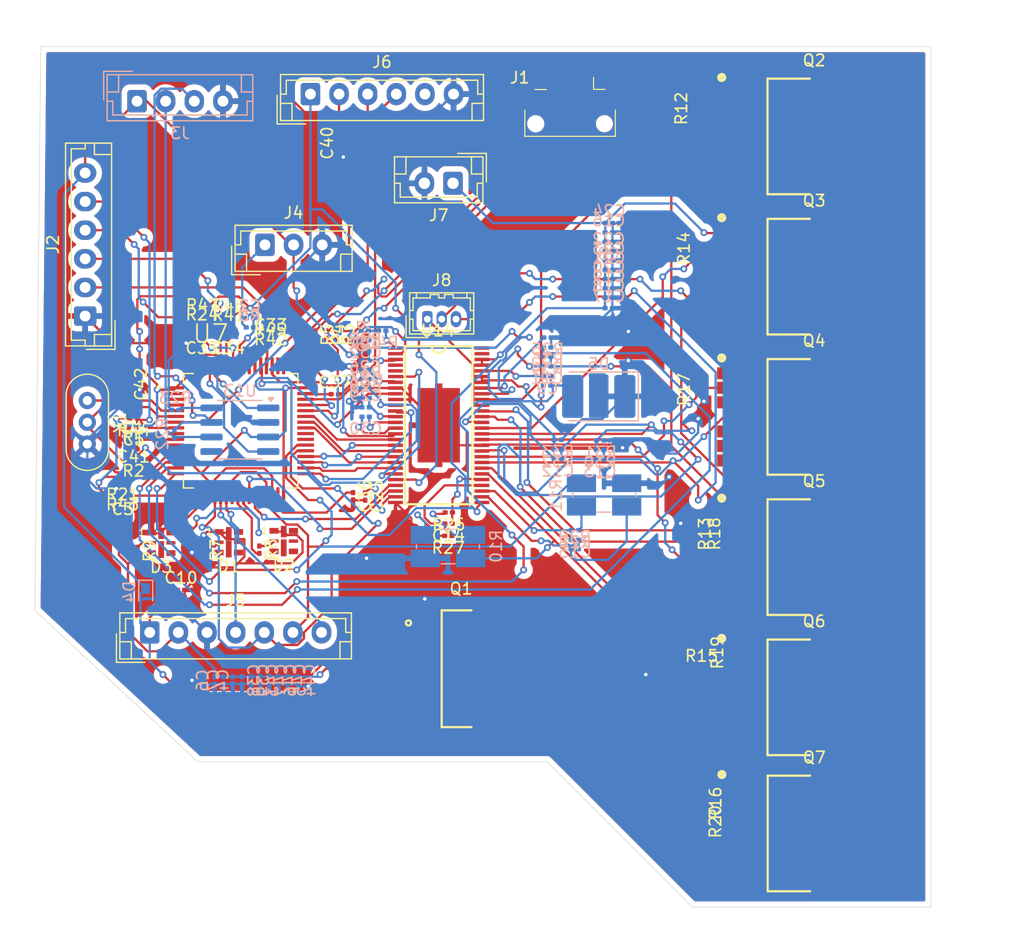
<source format=kicad_pcb>
(kicad_pcb (version 20241229) (generator "pcbnew") (generator_version "9.0")
  (layers (0 "F.Cu" signal) (2 "B.Cu" signal) (13 "F.Paste" user) (15 "B.Paste" user) (5 "F.SilkS" user "F.Silkscreen") (7 "B.SilkS" user "B.Silkscreen") (1 "F.Mask" user) (3 "B.Mask" user) (25 "Edge.Cuts" user))
  (net 0 "")
  (net 1 "/MCU/AN_IN")
  (net 2 "GND")
  (net 3 "/MCU/SERVO")
  (net 4 "/MCU/ADC_TEMP")
  (net 5 "VCC")
  (net 6 "/Filters/TEMP_IN")
  (net 7 "V_SUPPLY")
  (net 8 "Net-(U14-BST_BK)")
  (net 9 "Net-(D5A-K)")
  (net 10 "+5V")
  (net 11 "/Mosfet driver/H1_VS")
  (net 12 "Net-(U14-BST_A)")
  (net 13 "Net-(U14-BST_B)")
  (net 14 "/Mosfet driver/H2_VS")
  (net 15 "/Mosfet driver/H3_VS")
  (net 16 "Net-(U14-BST_C)")
  (net 17 "Net-(U14-SP1)")
  (net 18 "Net-(U14-SN1)")
  (net 19 "Net-(U14-SN2)")
  (net 20 "Net-(U14-SP2)")
  (net 21 "Net-(U14-AVDD)")
  (net 22 "Net-(U14-DVDD)")
  (net 23 "Net-(U14-GVDD)")
  (net 24 "Net-(U14-CP2)")
  (net 25 "Net-(U14-CP1)")
  (net 26 "Net-(U14-COMP)")
  (net 27 "Net-(C31-Pad2)")
  (net 28 "Net-(C32-Pad1)")
  (net 29 "/Filters/HALL3_OUT")
  (net 30 "/Filters/HALL2_OUT")
  (net 31 "/Filters/HALL1_OUT")
  (net 32 "Net-(U7-VCAP1)")
  (net 33 "Net-(U7-VCAP2)")
  (net 34 "NRST")
  (net 35 "Net-(U7-PH1_OSC_OUT)")
  (net 36 "Net-(U7-PH0_OSC_IN)")
  (net 37 "Net-(D1-A)")
  (net 38 "Net-(D2-A)")
  (net 39 "Net-(D3-A)")
  (net 40 "Net-(J1-D+)")
  (net 44 "Net-(J1-VBUS)")
  (net 45 "Net-(J1-D-)")
  (net 46 "/Filters/HALL3_IN")
  (net 47 "/Filters/HALL1_IN")
  (net 48 "/Filters/HALL2_IN")
  (net 49 "/CAN bus transceiver/CANH")
  (net 50 "/CAN bus transceiver/CANL")
  (net 51 "Net-(J4-Pin_1)")
  (net 52 "/MCU/RX_SCL_MOSI")
  (net 53 "/MCU/MISO_ADC_EXT2")
  (net 54 "/MCU/SCK_ADC_EXT")
  (net 55 "/MCU/TX_SDA_NSS")
  (net 57 "SWCLK")
  (net 58 "SWDIO")
  (net 59 "Net-(Q2-G)")
  (net 60 "Net-(Q3-G)")
  (net 61 "Net-(Q4-G)")
  (net 62 "/Mosfet driver/H1_LOW")
  (net 63 "Net-(Q5-G)")
  (net 64 "Net-(Q6-G)")
  (net 65 "Net-(Q7-G)")
  (net 66 "/Mosfet driver/H3_LOW")
  (net 67 "/MCU/USB_DM")
  (net 68 "/MCU/USB_DP")
  (net 69 "/MCU/LED_RED")
  (net 70 "/MCU/LED_GREEN")
  (net 71 "/Mosfet driver/SH1_A")
  (net 72 "/Mosfet driver/SH1_B")
  (net 73 "/Mosfet driver/SH2_A")
  (net 74 "/Mosfet driver/SH2_B")
  (net 75 "/Mosfet driver/M_H1")
  (net 76 "/Mosfet driver/M_L1")
  (net 77 "/Mosfet driver/M_H2")
  (net 78 "/Mosfet driver/M_L2")
  (net 79 "/Mosfet driver/M_L3")
  (net 80 "/Mosfet driver/M_H3")
  (net 81 "Net-(U13-Rs)")
  (net 82 "Net-(U14-BIAS)")
  (net 83 "/MCU/SENS1")
  (net 84 "/MCU/SENS2")
  (net 85 "/MCU/SENS3")
  (net 86 "Net-(U14-DTC)")
  (net 87 "Net-(U14-VSENSE)")
  (net 88 "Net-(U14-RT_CLK)")
  (net 89 "/MCU/H2")
  (net 91 "/MCU/FAULT")
  (net 96 "/MCU/BR_SO1")
  (net 97 "/MCU/H3")
  (net 98 "/MCU/EN_GATE")
  (net 99 "/MCU/L2")
  (net 100 "/CAN bus transceiver/CAN_RX")
  (net 101 "/MCU/L1")
  (net 103 "/MCU/BR_SO2")
  (net 105 "/MCU/L3")
  (net 109 "/CAN bus transceiver/CAN_TX")
  (net 111 "/MCU/DC_CAL")
  (net 112 "/MCU/H1")
  (footprint "DRV8302:TSSOP-56_3" (layer "F.Cu") (at 153.62 60.01)
    (property "Reference" "U14")
    (property "Value" "~")
  )
  (footprint "Resistor_SMD:R_0201_0603Metric" (layer "F.Cu") (at 176.43 56.82)
    (property "Reference" "R17")
    (property "Value" "4R7")
  )
  (footprint "IRFS7530TRL7PP (2):TO127P1524X483-7N" (layer "F.Cu") (at 186.23 83.78)
    (property "Reference" "Q6")
    (property "Value" "NMOS")
  )
  (footprint "Resistor_SMD:R_0201_0603Metric" (layer "F.Cu") (at 138.9 50.63 180)
    (property "Reference" "R45")
    (property "Value" "2k2")
  )
  (footprint "STM32F405RGT6:QFP50P1200X1200X160-64N" (layer "F.Cu") (at 136.33 60.49)
    (property "Reference" "U7")
    (property "Value" "~")
  )
  (footprint "Resistor_SMD:R_0201_0603Metric" (layer "F.Cu") (at 132.975 51.39)
    (property "Reference" "R24")
    (property "Value" "10k")
  )
  (footprint "Resistor_SMD:R_0201_0603Metric" (layer "F.Cu") (at 144.69 52.095 -90)
    (property "Reference" "R3")
    (property "Value" "R")
  )
  (footprint "Resistor_SMD:R_0201_0603Metric" (layer "F.Cu") (at 176.9 79.88 -90)
    (property "Reference" "R19")
    (property "Value" "39k")
  )
  (footprint "Resistor_SMD:R_0201_0603Metric" (layer "F.Cu") (at 126.975 62.94 180)
    (property "Reference" "R2")
    (property "Value" "R")
  )
  (footprint "Capacitor_SMD:C_0201_0603Metric" (layer "F.Cu") (at 126.57 56.415 -90)
    (property "Reference" "C42")
    (property "Value" "15p")
  )
  (footprint "Capacitor_SMD:C_0201_0603Metric" (layer "F.Cu") (at 147.2 66.24 -90)
    (property "Reference" "C25")
    (property "Value" "2.2u")
  )
  (footprint "Capacitor_SMD:C_0201_0603Metric" (layer "F.Cu") (at 144.93 35.355 90)
    (property "Reference" "C40")
    (property "Value" "100n")
  )
  (footprint "Resistor_SMD:R_0201_0603Metric" (layer "F.Cu") (at 137.96 70.88 -90)
    (property "Reference" "R8")
    (property "Value" "R")
  )
  (footprint "Resistor_SMD:R_0201_0603Metric" (layer "F.Cu") (at 135.27 50.63)
    (property "Reference" "R46")
    (property "Value" "2k2")
  )
  (footprint "Connector_JST:JST_EH_B6B-EH-A_1x06_P2.50mm_Vertical" (layer "F.Cu") (at 142.42 31.08)
    (property "Reference" "J6")
    (property "Value" "Conn_01x06")
  )
  (footprint "Resistor_SMD:R_0201_0603Metric" (layer "F.Cu") (at 154.455 69.67 180)
    (property "Reference" "R27")
    (property "Value" "100R")
  )
  (footprint "Capacitor_SMD:C_0201_0603Metric" (layer "F.Cu") (at 154.475 68.6 180)
    (property "Reference" "C14")
    (property "Value" "2.2n")
  )
  (footprint "Capacitor_SMD:C_0201_0603Metric" (layer "F.Cu") (at 126.97 60.21 180)
    (property "Reference" "C5")
    (property "Value" "4n7")
  )
  (footprint "Capacitor_SMD:C_0201_0603Metric" (layer "F.Cu") (at 146.14 66.21 -90)
    (property "Reference" "C36")
    (property "Value" "2.2u")
  )
  (footprint "Capacitor_SMD:C_0201_0603Metric" (layer "F.Cu") (at 132.96 52.22 180)
    (property "Reference" "C35")
    (property "Value" "4n7")
  )
  (footprint "Capacitor_SMD:C_0201_0603Metric" (layer "F.Cu") (at 144.55 57.3)
    (property "Reference" "C37")
    (property "Value" "2.2u")
  )
  (footprint "Resistor_SMD:R_0201_0603Metric" (layer "F.Cu") (at 127.32 70.99 -90)
    (property "Reference" "R9")
    (property "Value" "R")
  )
  (footprint "Capacitor_SMD:C_0201_0603Metric" (layer "F.Cu") (at 126.97 61.27)
    (property "Reference" "C1")
    (property "Value" "C")
  )
  (footprint "Connector_JST:JST_EH_B6B-EH-A_1x06_P2.50mm_Vertical" (layer "F.Cu") (at 122.75 50.47 90)
    (property "Reference" "J2")
    (property "Value" "Conn_01x06")
  )
  (footprint "Capacitor_SMD:C_0201_0603Metric" (layer "F.Cu") (at 135.27 52.25 180)
    (property "Reference" "C34")
    (property "Value" "4n7")
  )
  (footprint "Resistor_SMD:R_0201_0603Metric" (layer "F.Cu") (at 126.975 62.1)
    (property "Reference" "R1")
    (property "Value" "R")
  )
  (footprint "IRFS7530TRL7PP (2):TO127P1524X483-7N" (layer "F.Cu") (at 186.23 71.53)
    (property "Reference" "Q5")
    (property "Value" "NMOS")
  )
  (footprint "Resistor_SMD:R_0201_0603Metric" (layer "F.Cu") (at 138.945 51.45 180)
    (property "Reference" "R42")
    (property "Value" "10k")
  )
  (footprint "Resistor_SMD:R_0201_0603Metric" (layer "F.Cu") (at 176.46 44.61)
    (property "Reference" "R14")
    (property "Value" "4R7")
  )
  (footprint "Crystal:Crystal_HC52-U-3Pin_Vertical" (layer "F.Cu") (at 122.94 57.85 -90)
    (property "Reference" "Y1")
    (property "Value" "Crystal_GND3_Small")
  )
  (footprint "Connector_USB:USB_Mini-B_AdamTech_MUSB-B5-S-VT-TSMT-1_SMD_Vertical" (layer "F.Cu") (at 165.09 31.82 -90)
    (property "Reference" "J1")
    (property "Value" "USB_B_Mini")
  )
  (footprint "Connector_JST:JST_EH_B3B-EH-A_1x03_P2.50mm_Vertical" (layer "F.Cu") (at 138.45 44.25)
    (property "Reference" "J4")
    (property "Value" "Conn_01x03")
  )
  (footprint "Resistor_SMD:R_0201_0603Metric" (layer "F.Cu") (at 133.16 70.92 -90)
    (property "Reference" "R7")
    (property "Value" "R")
  )
  (footprint "IRFS7530TRL7PP (2):TO127P1524X483-7N" (layer "F.Cu") (at 186.23 47.03)
    (property "Reference" "Q3")
    (property "Value" "NMOS")
  )
  (footprint "LED_SMD:LED-APA102-2020" (layer "F.Cu") (at 129.39 70.28)
    (property "Reference" "D3")
    (property "Value" "LED")
  )
  (footprint "Resistor_SMD:R_0201_0603Metric" (layer "F.Cu") (at 143.81 52.095 -90)
    (property "Reference" "R4")
    (property "Value" "R")
  )
  (footprint "Resistor_SMD:R_0201_0603Metric" (layer "F.Cu") (at 176.33 32.36)
    (property "Reference" "R12")
    (property "Value" "4R7")
  )
  (footprint "Resistor_SMD:R_0201_0603Metric" (layer "F.Cu") (at 142.85 52.09 -90)
    (property "Reference" "R5")
    (property "Value" "R")
  )
  (footprint "TC2117-3.3VEBTR:TO254P1491X483-4N" (layer "F.Cu") (at 157.48 81.28)
    (property "Reference" "Q1")
    (property "Value" "TC2117-3.3VEBTR")
  )
  (footprint "Resistor_SMD:R_0201_0603Metric" (layer "F.Cu") (at 176.73 94.64 -90)
    (property "Reference" "R20")
    (property "Value" "39k")
  )
  (footprint "Resistor_SMD:R_0201_0603Metric" (layer "F.Cu") (at 176.64 69.495 -90)
    (property "Reference" "R18")
    (property "Value" "39k")
  )
  (footprint "Capacitor_SMD:C_0201_0603Metric" (layer "F.Cu") (at 126.97 63.81)
    (property "Reference" "C41")
    (property "Value" "15p")
  )
  (footprint "IRFS7530TRL7PP (2):TO127P1524X483-7N" (layer "F.Cu") (at 186.23 34.78)
    (property "Reference" "Q2")
    (property "Value" "NMOS")
  )
  (footprint "Resistor_SMD:R_0201_0603Metric" (layer "F.Cu") (at 126.975 59.4 180)
    (property "Reference" "R44")
    (property "Value" "10k")
  )
  (footprint "Capacitor_SMD:C_0201_0603Metric" (layer "F.Cu") (at 138.97 52.31)
    (property "Reference" "C33")
    (property "Value" "4n7")
  )
  (footprint "Resistor_SMD:R_0201_0603Metric" (layer "F.Cu") (at 154.5 67.63 180)
    (property "Reference" "R26")
    (property "Value" "100R")
  )
  (footprint "Resistor_SMD:R_0201_0603Metric" (layer "F.Cu") (at 176.74 93.03 -90)
    (property "Reference" "R16")
    (property "Value" "4R7")
  )
  (footprint "Connector_JST:JST_EH_B7B-EH-A_1x07_P2.50mm_Vertical" (layer "F.Cu") (at 128.39 78.11)
    (property "Reference" "J5")
    (property "Value" "Conn_01x07")
  )
  (footprint "IRFS7530TRL7PP (2):TO127P1524X483-7N" (layer "F.Cu") (at 186.23 59.28)
    (property "Reference" "Q4")
    (property "Value" "NMOS")
  )
  (footprint "Connector_JST:JST_EH_B2B-EH-A_1x02_P2.50mm_Vertical" (layer "F.Cu") (at 154.87 38.87 180)
    (property "Reference" "J7")
    (property "Value" "Conn_01x02_Pin")
  )
  (footprint "LED_SMD:LED-APA102-2020" (layer "F.Cu") (at 135.29 70.23)
    (property "Reference" "D1")
    (property "Value" "LED")
  )
  (footprint "Resistor_SMD:R_0201_0603Metric" (layer "F.Cu") (at 135.27 51.43)
    (property "Reference" "R41")
    (property "Value" "10k")
  )
  (footprint "LED_SMD:LED-APA102-2020" (layer "F.Cu") (at 140.09 70.13)
    (property "Reference" "D2")
    (property "Value" "LED")
  )
  (footprint "Capacitor_SMD:C_0201_0603Metric" (layer "F.Cu") (at 131.12 74.39)
    (property "Reference" "C10")
    (property "Value" "100u")
  )
  (footprint "Resistor_SMD:R_0201_0603Metric" (layer "F.Cu") (at 132.995 50.57)
    (property "Reference" "R47")
    (property "Value" "2k2")
  )
  (footprint "Resistor_SMD:R_0201_0603Metric" (layer "F.Cu") (at 126.025 67.11)
    (property "Reference" "R21")
    (property "Value" "10k")
  )
  (footprint "IRFS7530TRL7PP (2):TO127P1524X483-7N" (layer "F.Cu") (at 186.245 95.67)
    (property "Reference" "Q7")
    (property "Value" "NMOS")
  )
  (footprint "Resistor_SMD:R_0201_0603Metric" (layer "F.Cu") (at 176.58 81.21)
    (property "Reference" "R15")
    (property "Value" "4R7")
  )
  (footprint "Resistor_SMD:R_0201_0603Metric" (layer "F.Cu") (at 175.8 69.51 -90)
    (property "Reference" "R13")
    (property "Value" "4R7")
  )
  (footprint "Capacitor_SMD:C_0201_0603Metric" (layer "F.Cu") (at 126.04 66.29 180)
    (property "Reference" "C3")
    (property "Value" "2.2u")
  )
  (footprint "Connector_Hirose:Hirose_DF13-03P-1.25DSA_1x03_P1.25mm_Vertical" (layer "F.Cu") (at 152.63 50.74)
    (property "Reference" "J8")
    (property "Value" "Conn_01x03_Pin")
  )
  (footprint "Resistor_SMD:R_0201_0603Metric" (layer "F.Cu") (at 126.02 67.98)
    (property "Reference" "R43")
    (property "Value" "NTC 10k")
  )
  (footprint "Resistor_SMD:R_0201_0603Metric" (layer "B.Cu") (at 164.01 61.28)
    (property "Reference" "R33")
    (property "Value" "2k2")
  )
  (footprint "Resistor_SMD:R_0201_0603Metric" (layer "B.Cu") (at 147.2 55.16)
    (property "Reference" "R36")
    (property "Value" "10k")
  )
  (footprint "Capacitor_SMD:C_0201_0603Metric" (layer "B.Cu") (at 168.468 46.444 180)
    (property "Reference" "C21")
    (property "Value" "10u")
  )
  (footprint "Capacitor_SMD:C_0201_0603Metric" (layer "B.Cu") (at 134.836 82.296 -90)
    (property "Reference" "C7")
    (property "Value" "100u")
  )
  (footprint "Capacitor_SMD:C_0201_0603Metric" (layer "B.Cu") (at 136.446 82.296 90)
    (property "Reference" "C38")
    (property "Value" "2.2u")
  )
  (footprint "Diode_SMD:Nexperia_DSN1608-2_1.6x0.8mm" (layer "B.Cu") (at 128.04 74.565 -90)
    (property "Reference" "D4")
    (property "Value" "PTVS5V0Z1USK")
  )
  (footprint "Capacitor_SMD:C_0201_0603Metric" (layer "B.Cu") (at 167.71 62.98)
    (property "Reference" "C13")
    (property "Value" "220n")
  )
  (footprint "Capacitor_SMD:C_0201_0603Metric" (layer "B.Cu") (at 168.468 48.054 180)
    (property "Reference" "C19")
    (property "Value" "15u")
  )
  (footprint "Resistor_SMD:R_0201_0603Metric" (layer "B.Cu") (at 147.21 54.35)
    (property "Reference" "R37")
    (property "Value" "3k3")
  )
  (footprint "Resistor_SMD:R_0201_0603Metric" (layer "B.Cu") (at 165.525 69.18)
    (property "Reference" "R28")
    (property "Value" "100R")
  )
  (footprint "Capacitor_SMD:C_0201_0603Metric" (layer "B.Cu") (at 137.246 82.286 90)
    (property "Reference" "C39")
    (property "Value" "2.2u")
  )
  (footprint "Resistor_SMD:R_0201_0603Metric" (layer "B.Cu") (at 148.69 51.75)
    (property "Reference" "R40")
    (property "Value" "220k")
  )
  (footprint "Capacitor_SMD:C_0201_0603Metric" (layer "B.Cu") (at 168.468 43.994)
    (property "Reference" "C8")
    (property "Value" "10u")
  )
  (footprint "Capacitor_SMD:C_0201_0603Metric" (layer "B.Cu") (at 141.296 82.296 90)
    (property "Reference" "C44")
    (property "Value" "2.2u")
  )
  (footprint "Capacitor_SMD:C_0201_0603Metric" (layer "B.Cu") (at 147.24 59.27)
    (property "Reference" "C30")
    (property "Value" "22n")
  )
  (footprint "Capacitor_SMD:C_0201_0603Metric" (layer "B.Cu") (at 138.826 82.286 90)
    (property "Reference" "C47")
    (property "Value" "2.2u")
  )
  (footprint "Resistor_SMD:R_0201_0603Metric" (layer "B.Cu") (at 137.13 51.46 180)
    (property "Reference" "R6")
    (property "Value" "R")
  )
  (footprint "Capacitor_SMD:C_0201_0603Metric" (layer "B.Cu") (at 147.24 57.63 180)
    (property "Reference" "C28")
    (property "Value" "2.2u")
  )
  (footprint "Resistor_SMD:R_0201_0603Metric" (layer "B.Cu") (at 147.205 53.55 180)
    (property "Reference" "R38")
    (property "Value" "18k")
  )
  (footprint "Inductor_SMD:L_0201_0603Metric" (layer "B.Cu") (at 163.0775 56.54 180)
    (property "Reference" "L1")
    (property "Value" "22u")
  )
  (footprint "Resistor_SMD:R_0201_0603Metric" (layer "B.Cu") (at 165.495 70.83 180)
    (property "Reference" "R29")
    (property "Value" "100R")
  )
  (footprint "Capacitor_SMD:C_0201_0603Metric" (layer "B.Cu") (at 147.215 52.58)
    (property "Reference" "C32")
    (property "Value" "6.8n")
  )
  (footprint "Resistor_SMD:R_0201_0603Metric" (layer "B.Cu") (at 164.01 62.13)
    (property "Reference" "R32")
    (property "Value" "39k")
  )
  (footprint "Resistor_SMD:R_0201_0603Metric" (layer "B.Cu") (at 146.055 52.18 90)
    (property "Reference" "R39")
    (property "Value" "15k")
  )
  (footprint "Capacitor_SMD:C_0201_0603Metric" (layer "B.Cu") (at 138.046 82.286 90)
    (property "Reference" "C43")
    (property "Value" "2.2u")
  )
  (footprint "Capacitor_SMD:C_0201_0603Metric" (layer "B.Cu") (at 137.13 50.65 180)
    (property "Reference" "C2")
    (property "Value" "C")
  )
  (footprint "Package_SO:SOIC-8_3.9x4.9mm_P1.27mm" (layer "B.Cu") (at 136.26 60.4 180)
    (property "Reference" "U13")
    (property "Value" "SN65HVD230")
  )
  (footprint "Resistor_SMD:R_0201_0603Metric" (layer "B.Cu") (at 163.08 54.03)
    (property "Reference" "R34")
    (property "Value" "39k")
  )
  (footprint "Capacitor_SMD:C_0201_0603Metric" (layer "B.Cu") (at 168.458 48.864 180)
    (property "Reference" "C18")
    (property "Value" "10u")
  )
  (footprint "Capacitor_SMD:C_0201_0603Metric" (layer "B.Cu") (at 140.436 82.276 90)
    (property "Reference" "C45")
    (property "Value" "2.2u")
  )
  (footprint "Diode_SMD:D_2114_3652Metric_Pad1.85x3.75mm_HandSolder" (layer "B.Cu") (at 167.595 57.49 180)
    (property "Reference" "D5")
    (property "Value" "DIODESCH")
  )
  (footprint "Capacitor_SMD:C_0201_0603Metric" (layer "B.Cu") (at 135.636 82.296 -90)
    (property "Reference" "C4")
    (property "Value" "2.2u")
  )
  (footprint "Resistor_SMD:R_0201_0603Metric" (layer "B.Cu") (at 163.09 53.21)
    (property "Reference" "R35")
    (property "Value" "2k2")
  )
  (footprint "Resistor_SMD:R_0201_0603Metric" (layer "B.Cu") (at 167.715 62.17)
    (property "Reference" "R30")
    (property "Value" "39k")
  )
  (footprint "Resistor_SMD:R_Shunt_Ohmite_LVK20" (layer "B.Cu") (at 154.43 70.61 90)
    (property "Reference" "R10")
    (property "Value" "R_Shunt")
  )
  (footprint "Capacitor_SMD:C_0201_0603Metric" (layer "B.Cu") (at 168.468 47.244 180)
    (property "Reference" "C20")
    (property "Value" "10u")
  )
  (footprint "Capacitor_SMD:C_0201_0603Metric" (layer "B.Cu") (at 165.505 70.02)
    (property "Reference" "C15")
    (property "Value" "2.2n")
  )
  (footprint "Resistor_SMD:R_0201_0603Metric" (layer "B.Cu") (at 167.73 61.33)
    (property "Reference" "R31")
    (property "Value" "2k2")
  )
  (footprint "Capacitor_SMD:C_0201_0603Metric" (layer "B.Cu") (at 163.085 54.86)
    (property "Reference" "C11")
    (property "Value" "220n")
  )
  (footprint "Connector_JST:JST_EH_B4B-EH-A_1x04_P2.50mm_Vertical" (layer "B.Cu") (at 127.28 31.7)
    (property "Reference" "J3")
    (property "Value" "Conn_01x04")
  )
  (footprint "Capacitor_SMD:C_0201_0603Metric" (layer "B.Cu") (at 139.626 82.286 90)
    (property "Reference" "C46")
    (property "Value" "2.2u")
  )
  (footprint "Resistor_SMD:R_0201_0603Metric" (layer "B.Cu") (at 130.625 58.67 180)
    (property "Reference" "R23")
    (property "Value" "10k")
  )
  (footprint "Resistor_SMD:R_Shunt_Ohmite_LVK20" (layer "B.Cu") (at 168.06 66.1 -90)
    (property "Reference" "R11")
    (property "Value" "R_Shunt")
  )
  (footprint "Capacitor_SMD:C_0201_0603Metric" (layer "B.Cu") (at 168.458 44.804 180)
    (property "Reference" "C22")
    (property "Value" "15u")
  )
  (footprint "Resistor_SMD:R_0201_0603Metric" (layer "B.Cu") (at 163.12 52.35)
    (property "Reference" "R25")
    (property "Value" "1M")
  )
  (footprint "Capacitor_SMD:C_0201_0603Metric" (layer "B.Cu") (at 134.056 82.306 -90)
    (property "Reference" "C6")
    (property "Value" "2.2u")
  )
  (footprint "Capacitor_SMD:C_0201_0603Metric" (layer "B.Cu") (at 147.22 56.79 180)
    (property "Reference" "C27")
    (property "Value" "2.2u")
  )
  (footprint "Capacitor_SMD:C_0201_0603Metric" (layer "B.Cu") (at 168.488 42.344 180)
    (property "Reference" "C24")
    (property "Value" "10u")
  )
  (footprint "Capacitor_SMD:C_0201_0603Metric" (layer "B.Cu") (at 164.015 62.94)
    (property "Reference" "C12")
    (property "Value" "220n")
  )
  (footprint "Capacitor_SMD:C_0201_0603Metric" (layer "B.Cu") (at 163.0875 55.71)
    (property "Reference" "C9")
    (property "Value" "100n")
  )
  (footprint "Capacitor_SMD:C_0201_0603Metric" (layer "B.Cu") (at 168.468 49.784 180)
    (property "Reference" "C17")
    (property "Value" "10u")
  )
  (footprint "Capacitor_SMD:C_0201_0603Metric" (layer "B.Cu") (at 168.468 43.174 180)
    (property "Reference" "C16")
    (property "Value" "10u")
  )
  (footprint "Resistor_SMD:R_0201_0603Metric" (layer "B.Cu") (at 130.54 60.77 -90)
    (property "Reference" "R22")
    (property "Value" "R")
  )
  (footprint "Capacitor_SMD:C_0201_0603Metric" (layer "B.Cu") (at 147.2 55.97 180)
    (property "Reference" "C26")
    (property "Value" "2.2u")
  )
  (footprint "Capacitor_SMD:C_0201_0603Metric" (layer "B.Cu") (at 147.175 51.76)
    (property "Reference" "C31")
    (property "Value" "120p")
  )
  (footprint "Capacitor_SMD:C_0201_0603Metric" (layer "B.Cu") (at 147.24 58.44 180)
    (property "Reference" "C29")
    (property "Value" "2.2u")
  )
  (footprint "Capacitor_SMD:C_0201_0603Metric" (layer "B.Cu") (at 168.468 45.614 180)
    (property "Reference" "C23")
    (property "Value" "10u")
  )
  (gr_line (start 118.872 26.924) (end 118.364 76.2) (stroke (width 0.05)) (layer "Edge.Cuts"))
  (gr_line (start 196.596 26.924) (end 118.872 26.924) (stroke (width 0.05)) (layer "Edge.Cuts"))
  (gr_line (start 118.364 76.2) (end 132.588 89.408) (stroke (width 0.05)) (layer "Edge.Cuts"))
  (gr_line (start 175.768 102.108) (end 196.596 102.108) (stroke (width 0.05)) (layer "Edge.Cuts"))
  (gr_line (start 196.596 102.108) (end 196.596 26.924) (stroke (width 0.05)) (layer "Edge.Cuts"))
  (gr_line (start 163.068 89.408) (end 175.768 102.108) (stroke (width 0.05)) (layer "Edge.Cuts"))
  (gr_line (start 132.588 89.408) (end 163.068 89.408) (stroke (width 0.05)) (layer "Edge.Cuts"))
  (segment (start 130.63 61.27) (end 130.66 61.24) (width 0.2) (layer "F.Cu") (net 1))
  (segment (start 126.655 62.74) (end 127.295 62.1) (width 0.2) (layer "F.Cu") (net 1))
  (segment (start 127.29 61.27) (end 127.29 62.095) (width 0.2) (layer "F.Cu") (net 1))
  (segment (start 127.29 61.27) (end 130.63 61.27) (width 0.2) (layer "F.Cu") (net 1))
  (segment (start 126.655 62.94) (end 126.655 62.74) (width 0.2) (layer "F.Cu") (net 1))
  (segment (start 127.29 62.095) (end 127.295 62.1) (width 0.2) (layer "F.Cu") (net 1))
  (segment (start 139.31 69.3) (end 139.24 69.23) (width 0.2) (layer "F.Cu") (net 2))
  (segment (start 129.39 69.45) (end 128.61 69.45) (width 0.2) (layer "F.Cu") (net 2))
  (segment (start 151.738 75.184) (end 151.23 74.676) (width 0.2) (layer "F.Cu") (net 2))
  (segment (start 143.45 48.15) (end 143.45 44.25) (width 0.2) (layer "F.Cu") (net 2))
  (segment (start 146.948 56.76) (end 145.796 57.912) (width 0.2) (layer "F.Cu") (net 2))
  (segment (start 174.752 65.532) (end 174.752 68.58) (width 0.2) (layer "F.Cu") (net 2))
  (segment (start 145.288 36.576) (end 145.288 36.033) (width 0.2) (layer "F.Cu") (net 2))
  (segment (start 146.297 55.365) (end 145.796 54.864) (width 0.2) (layer "F.Cu") (net 2))
  (segment (start 134.58 53.848) (end 133.044 53.848) (width 0.2) (layer "F.Cu") (net 2))
  (segment (start 130.66 62.24) (end 128.86 62.24) (width 0.2) (layer "F.Cu") (net 2))
  (segment (start 146.297 56.087521) (end 146.297 55.365) (width 0.2) (layer "F.Cu") (net 2))
  (segment (start 140.78 72.072) (end 136.08 72.072) (width 0.2) (layer "F.Cu") (net 2))
  (segment (start 128.61 69.45) (end 128.54 69.38) (width 0.2) (layer "F.Cu") (net 2))
  (segment (start 158.756 30.22) (end 157.896 31.08) (width 0.2) (layer "F.Cu") (net 2))
  (segment (start 140.09 69.3) (end 139.31 69.3) (width 0.2) (layer "F.Cu") (net 2))
  (segment (start 133.044 53.848) (end 132.054 52.858) (width 0.2) (layer "F.Cu") (net 2))
  (segment (start 135.724 72.428) (end 133.402 72.428) (width 0.2) (layer "F.Cu") (net 2))
  (segment (start 132.054 52.858) (end 133.08 53.884) (width 0.2) (layer "F.Cu") (net 2))
  (segment (start 134.58 53.848) (end 134.58 54.82) (width 0.2) (layer "F.Cu") (net 2))
  (segment (start 131.44 74.39) (end 131.44 76.16) (width 0.2) (layer "F.Cu") (net 2))
  (segment (start 163.49 30.22) (end 158.756 30.22) (width 0.2) (layer "F.Cu") (net 2))
  (segment (start 127.508 55.797) (end 126.57 56.735) (width 0.2) (layer "F.Cu") (net 2))
  (segment (start 126.903265 63.423265) (end 127.29 63.81) (width 0.2) (layer "F.Cu") (net 2))
  (segment (start 126.568735 63.423265) (end 126.903265 63.423265) (width 0.2) (layer "F.Cu") (net 2))
  (segment (start 136.08 72.072) (end 135.724 72.428) (width 0.2) (layer "F.Cu") (net 2))
  (segment (start 136.656 71.496) (end 136.08 72.072) (width 0.2) (layer "F.Cu") (net 2))
  (segment (start 140.386 69.596) (end 141.224 69.596) (width 0.2) (layer "F.Cu") (net 2))
  (segment (start 126.65 60.21) (end 126.65 61.27) (width 0.2) (layer "F.Cu") (net 2))
  (segment (start 147.32 77.015479) (end 142.24 82.095479) (width 0.2) (layer "F.Cu") (net 2))
  (segment (start 147.2 66.56) (end 146.17 66.56) (width 0.2) (layer "F.Cu") (net 2))
  (segment (start 125.72 65.776) (end 125.476 65.532) (width 0.2) (layer "F.Cu") (net 2))
  (segment (start 145.288 36.033) (end 144.93 35.675) (width 0.2) (layer "F.Cu") (net 2))
  (segment (start 125.72 66.29) (end 125.72 65.776) (width 0.2) (layer "F.Cu") (net 2))
  (segment (start 127.347 56.735) (end 127.508 56.896) (width 0.2) (layer "F.Cu") (net 2))
  (segment (start 145.084521 57.3) (end 146.297 56.087521) (width 0.2) (layer "F.Cu") (net 2))
  (segment (start 152.4 75.184) (end 151.738 75.184) (width 0.2) (layer "F.Cu") (net 2))
  (segment (start 134.78 31.7) (end 140.955 31.7) (width 0.2) (layer "F.Cu") (net 2))
  (segment (start 133.39 80.986) (end 132.08 82.296) (width 0.2) (layer "F.Cu") (net 2))
  (segment (start 149.845 56.76) (end 150.37 56.76) (width 0.2) (layer "F.Cu") (net 2))
  (segment (start 149.86 69.088) (end 151.23 69.088) (width 0.2) (layer "F.Cu") (net 2))
  (segment (start 141.732 71.12) (end 140.78 72.072) (width 0.2) (layer "F.Cu") (net 2))
  (segment (start 151.23 74.676) (end 151.23 69.088) (width 0.2) (layer "F.Cu") (net 2))
  (segment (start 139.29 52.31) (end 143.45 48.15) (width 0.2) (layer "F.Cu") (net 2))
  (segment (start 141.224 69.596) (end 141.732 70.104) (width 0.2) (layer "F.Cu") (net 2))
  (segment (start 125.416 64.126) (end 126.974 64.126) (width 0.2) (layer "F.Cu") (net 2))
  (segment (start 126.309 62.446) (end 126.309 63.16353) (width 0.2) (layer "F.Cu") (net 2))
  (segment (start 133.08 66.69) (end 130.756 69.014) (width 0.2) (layer "F.Cu") (net 2))
  (segment (start 125.705 67.11) (end 125.705 66.305) (width 0.2) (layer "F.Cu") (net 2))
  (segment (start 151.23 68.145) (end 149.845 66.76) (width 0.2) (layer "F.Cu") (net 2))
  (segment (start 135.29 69.4) (end 134.51 69.4) (width 0.2) (layer "F.Cu") (net 2))
  (segment (start 126.309 63.16353) (end 126.568735 63.423265) (width 0.2) (layer "F.Cu") (net 2))
  (segment (start 132.028 52.832) (end 132.054 52.858) (width 0.2) (layer "F.Cu") (net 2))
  (segment (start 132.08 71.12) (end 130.756 69.796) (width 0.2) (layer "F.Cu") (net 2))
  (segment (start 147.32 71.628) (end 147.32 77.015479) (width 0.2) (layer "F.Cu") (net 2))
  (segment (start 126.65 61.27) (end 126.65 62.095) (width 0.2) (layer "F.Cu") (net 2))
  (segment (start 140.955 31.7) (end 144.93 35.675) (width 0.2) (layer "F.Cu") (net 2))
  (segment (start 152.37 38.87) (end 152.37 33.63) (width 0.2) (layer "F.Cu") (net 2))
  (segment (start 172.426 82.51) (end 171.704 81.788) (width 0.2) (layer "F.Cu") (net 2))
  (segment (start 157.395 61.76) (end 155.37 61.76) (width 0.2) (layer "F.Cu") (net 2))
  (segment (start 135.074 69.964) (end 136.656 69.964) (width 0.2) (layer "F.Cu") (net 2))
  (segment (start 125.112 52.832) (end 131.572 52.832) (width 0.2) (layer "F.Cu") (net 2))
  (segment (start 133.385901 69.33) (end 133.100053 69.615848) (width 0.2) (layer "F.Cu") (net 2))
  (segment (start 143.45 37.155) (end 144.93 35.675) (width 0.2) (layer "F.Cu") (net 2))
  (segment (start 149.845 57.76) (end 151.37 57.76) (width 0.2) (layer "F.Cu") (net 2))
  (segment (start 132.028 52.832) (end 132.64 52.22) (width 0.2) (layer "F.Cu") (net 2))
  (segment (start 134.58 52.62) (end 134.58 53.848) (width 0.2) (layer "F.Cu") (net 2))
  (segment (start 129.724 69.014) (end 129.39 69.348) (width 0.2) (layer "F.Cu") (net 2))
  (segment (start 134.44 69.33) (end 135.074 69.964) (width 0.2) (layer "F.Cu") (net 2))
  (segment (start 134.44 69.33) (end 133.385901 69.33) (width 0.2) (layer "F.Cu") (net 2))
  (segment (start 133.402 72.428) (end 131.44 74.39) (width 0.2) (layer "F.Cu") (net 2))
  (segment (start 176.276 59.436) (end 176.276 58.42) (width 0.2) (layer "F.Cu") (net 2))
  (segment (start 141.732 70.104) (end 141.732 71.12) (width 0.2) (layer "F.Cu") (net 2))
  (segment (start 129.39 69.348) (end 129.39 69.45) (width 0.2) (layer "F.Cu") (net 2))
  (segment (start 157.395 61.76) (end 157.456 61.699) (width 0.2) (layer "F.Cu") (net 2))
  (segment (start 151.23 69.088) (end 151.23 68.145) (width 0.2) (layer "F.Cu") (net 2))
  (segment (start 126.974 64.126) (end 127.29 63.81) (width 0.2) (layer "F.Cu") (net 2))
  (segment (start 149.845 56.76) (end 146.948 56.76) (width 0.2) (layer "F.Cu") (net 2))
  (segment (start 133.39 78.11) (end 133.39 80.986) (width 0.2) (layer "F.Cu") (net 2))
  (segment (start 147.32 71.628) (end 149.86 69.088) (width 0.2) (layer "F.Cu") (net 2))
  (segment (start 131.572 52.832) (end 132.028 52.832) (width 0.2) (layer "F.Cu") (net 2))
  (segment (start 136.656 69.964) (end 136.656 71.496) (width 0.2) (layer "F.Cu") (net 2))
  (segment (start 173.736 64.516) (end 174.752 65.532) (width 0.2) (layer "F.Cu") (net 2))
  (segment (start 126.655 62.1) (end 126.309 62.446) (width 0.2) (layer "F.Cu") (net 2))
  (segment (start 179.83 82.51) (end 172.426 82.51) (width 0.2) (layer "F.Cu") (net 2))
  (segment (start 151.23 78.74) (end 151.23 74.676) (width 0.2) (layer "F.Cu") (net 2))
  (segment (start 126.57 56.735) (end 127.347 56.735) (width 0.2) (layer "F.Cu") (net 2))
  (segment (start 169.395 61.699) (end 169.672 61.976) (width 0.2) (layer "F.Cu") (net 2))
  (segment (start 144.87 57.3) (end 145.084521 57.3) (width 0.2) (layer "F.Cu") (net 2))
  (segment (start 176.276 58.42) (end 176.784 57.912) (width 0.2) (layer "F.Cu") (net 2))
  (segment (start 152.37 33.63) (end 154.92 31.08) (width 0.2) (layer "F.Cu") (net 2))
  (segment (start 128.86 62.24) (end 127.29 63.81) (width 0.2) (layer "F.Cu") (net 2))
  (segment (start 125.705 66.305) (end 125.72 66.29) (width 0.2) (layer "F.Cu") (net 2))
  (segment (start 151.37 57.76) (end 153.62 60.01) (width 0.2) (layer "F.Cu") (net 2))
  (segment (start 130.756 69.014) (end 129.724 69.014) (width 0.2) (layer "F.Cu") (net 2))
  (segment (start 157.456 61.699) (end 169.395 61.699) (width 0.2) (layer "F.Cu") (net 2))
  (segment (start 127.508 55.228) (end 127.508 55.797) (width 0.2) (layer "F.Cu") (net 2))
  (segment (start 146.17 66.56) (end 146.14 66.53) (width 0.2) (layer "F.Cu") (net 2))
  (segment (start 140.09 69.3) (end 140.386 69.596) (width 0.2) (layer "F.Cu") (net 2))
  (segment (start 122.94 61.65) (end 125.416 64.126) (width 0.2) (layer "F.Cu") (net 2))
  (segment (start 131.44 76.16) (end 133.39 78.11) (width 0.2) (layer "F.Cu") (net 2))
  (segment (start 143.45 44.25) (end 143.45 37.155) (width 0.2) (layer "F.Cu") (net 2))
  (segment (start 133.08 66.16) (end 133.08 66.69) (width 0.2) (layer "F.Cu") (net 2))
  (segment (start 142.24 82.095479) (end 142.24 82.804) (width 0.2) (layer "F.Cu") (net 2))
  (segment (start 122.75 50.47) (end 125.112 52.832) (width 0.2) (layer "F.Cu") (net 2))
  (segment (start 155.37 61.76) (end 153.62 60.01) (width 0.2) (layer "F.Cu") (net 2))
  (segment (start 170.18 54.356) (end 170.18 51.816) (width 0.2) (layer "F.Cu") (net 2))
  (segment (start 150.37 56.76) (end 153.62 60.01) (width 0.2) (layer "F.Cu") (net 2))
  (segment (start 157.896 31.08) (end 154.92 31.08) (width 0.2) (layer "F.Cu") (net 2))
  (segment (start 134.51 69.4) (end 134.44 69.33) (width 0.2) (layer "F.Cu") (net 2))
  (segment (start 134.95 52.25) (end 134.58 52.62) (width 0.2) (layer "F.Cu") (net 2))
  (segment (start 130.756 69.796) (end 130.756 69.014) (width 0.2) (layer "F.Cu") (net 2))
  (segment (start 126.65 62.095) (end 126.655 62.1) (width 0.2) (layer "F.Cu") (net 2))
  (segment (start 133.08 53.884) (end 133.08 54.82) (width 0.2) (layer "F.Cu") (net 2))
  (segment (start 122.75 50.47) (end 127.508 55.228) (width 0.2) (layer "F.Cu") (net 2))
  (via (at 173.736 64.516) (size 0.6) (drill 0.3) (layers "F.Cu" "B.Cu") (net 2))
  (via (at 152.4 75.184) (size 0.6) (drill 0.3) (layers "F.Cu" "B.Cu") (net 2))
  (via (at 171.704 81.788) (size 0.6) (drill 0.3) (layers "F.Cu" "B.Cu") (net 2))
  (via (at 176.276 59.436) (size 0.6) (drill 0.3) (layers "F.Cu" "B.Cu") (net 2))
  (via (at 170.18 51.816) (size 0.6) (drill 0.3) (layers "F.Cu" "B.Cu") (net 2))
  (via (at 174.752 68.58) (size 0.6) (drill 0.3) (layers "F.Cu" "B.Cu") (net 2))
  (via (at 131.572 52.832) (size 0.6) (drill 0.3) (layers "F.Cu" "B.Cu") (net 2))
  (via (at 176.784 57.912) (size 0.6) (drill 0.3) (layers "F.Cu" "B.Cu") (net 2))
  (via (at 145.796 57.912) (size 0.6) (drill 0.3) (layers "F.Cu" "B.Cu") (net 2))
  (via (at 127.508 56.896) (size 0.6) (drill 0.3) (layers "F.Cu" "B.Cu") (net 2))
  (via (at 147.32 71.628) (size 0.6) (drill 0.3) (layers "F.Cu" "B.Cu") (net 2))
  (via (at 169.672 61.976) (size 0.6) (drill 0.3) (layers "F.Cu" "B.Cu") (net 2))
  (via (at 125.476 65.532) (size 0.6) (drill 0.3) (layers "F.Cu" "B.Cu") (net 2))
  (via (at 170.18 54.356) (size 0.6) (drill 0.3) (layers "F.Cu" "B.Cu") (net 2))
  (via (at 132.08 71.12) (size 0.6) (drill 0.3) (layers "F.Cu" "B.Cu") (net 2))
  (via (at 145.288 36.576) (size 0.6) (drill 0.3) (layers "F.Cu" "B.Cu") (net 2))
  (via (at 132.08 82.296) (size 0.6) (drill 0.3) (layers "F.Cu" "B.Cu") (net 2))
  (via (at 145.796 54.864) (size 0.6) (drill 0.3) (layers "F.Cu" "B.Cu") (net 2))
  (via (at 142.24 82.804) (size 0.6) (drill 0.3) (layers "F.Cu" "B.Cu") (net 2))
  (via (at 133.100053 69.615848) (size 0.6) (drill 0.3) (layers "F.Cu" "B.Cu") (net 2))
  (segment (start 137.672242 50.334) (end 137.796 50.457758) (width 0.2) (layer "B.Cu") (net 2))
  (segment (start 170.042 61.976) (end 170.688 61.33) (width 0.2) (layer "B.Cu") (net 2))
  (segment (start 166.129 59.481) (end 164.33 61.28) (width 0.2) (layer "B.Cu") (net 2))
  (segment (start 146.92 58.44) (end 146.92 57.63) (width 0.2) (layer "B.Cu") (net 2))
  (segment (start 134.056 82.626) (end 134.826 82.626) (width 0.2) (layer "B.Cu") (net 2))
  (segment (start 173.177 65.075) (end 173.736 64.516) (width 0.2) (layer "B.Cu") (net 2))
  (segment (start 136.81 50.65) (end 137.168 50.292) (width 0.2) (layer "B.Cu") (net 2))
  (segment (start 134.836 82.616) (end 135.636 82.616) (width 0.2) (layer "B.Cu") (net 2))
  (segment (start 168.788 48.854) (end 168.778 48.864) (width 0.2) (layer "B.Cu") (net 2))
  (segment (start 142.24 82.804) (end 141.484 82.804) (width 0.2) (layer "B.Cu") (net 2))
  (segment (start 134.299 56.73353) (end 134.299 55.559) (width 0.2) (layer "B.Cu") (net 2))
  (segment (start 138.735 59.765) (end 137.33047 59.765) (width 0.2) (layer "B.Cu") (net 2))
  (segment (start 174.444521 62.484) (end 176.276 60.652521) (width 0.2) (layer "B.Cu") (net 2))
  (segment (start 152.4 75.184) (end 159.004 81.788) (width 0.2) (layer "B.Cu") (net 2))
  (segment (start 134.299 55.559) (end 131.572 52.832) (width 0.2) (layer "B.Cu") (net 2))
  (segment (start 130.305 58.67) (end 130.048 58.413) (width 0.2) (layer "B.Cu") (net 2))
  (segment (start 168.778 49.774) (end 168.788 49.784) (width 0.2) (layer "B.Cu") (net 2))
  (segment (start 135.636 82.616) (end 136.446 82.616) (width 0.2) (layer "B.Cu") (net 2))
  (segment (start 132.41 82.626) (end 134.056 82.626) (width 0.2) (layer "B.Cu") (net 2))
  (segment (start 127.307479 56.896) (end 122.94 61.263479) (width 0.2) (layer "B.Cu") (net 2))
  (segment (start 137.33047 59.765) (end 134.299 56.73353) (width 0.2) (layer "B.Cu") (net 2))
  (segment (start 146.92 57.63) (end 146.92 56.81) (width 0.2) (layer "B.Cu") (net 2))
  (segment (start 168.778 44.804) (end 168.778 45.604) (width 0.2) (layer "B.Cu") (net 2))
  (segment (start 137.796 52.222521) (end 134.459521 55.559) (width 0.2) (layer "B.Cu") (net 2))
  (segment (start 169.87 57.49) (end 167.879 59.481) (width 0.2) (layer "B.Cu") (net 2))
  (segment (start 140.426 82.606) (end 140.436 82.596) (width 0.2) (layer "B.Cu") (net 2))
  (segment (start 168.788 44.794) (end 168.778 44.804) (width 0.2) (layer "B.Cu") (net 2))
  (segment (start 170.688 61.33) (end 171.566 61.33) (width 0.2) (layer "B.Cu") (net 2))
  (segment (start 168.788 47.244) (end 168.788 48.054) (width 0.2) (layer "B.Cu") (net 2))
  (segment (start 169.87 57.49) (end 169.87 54.666) (width 0.2) (layer "B.Cu") (net 2))
  (segment (start 137.796 50.457758) (end 137.796 52.222521) (width 0.2) (layer "B.Cu") (net 2))
  (segment (start 130.048 54.356) (end 131.572 52.832) (width 0.2) (layer "B.Cu") (net 2))
  (segment (start 127.508 56.896) (end 127.307479 56.896) (width 0.2) (layer "B.Cu") (net 2))
  (segment (start 133.100053 69.615848) (end 133.100053 70.099947) (width 0.2) (layer "B.Cu") (net 2))
  (segment (start 122.94 61.263479) (end 122.94 61.65) (width 0.2) (layer "B.Cu") (net 2))
  (segment (start 159.004 81.788) (end 171.704 81.788) (width 0.2) (layer "B.Cu") (net 2))
  (segment (start 174.752 68.58) (end 174.752 78.74) (width 0.2) (layer "B.Cu") (net 2))
  (segment (start 170.18 51.816) (end 168.788 50.424) (width 0.2) (layer "B.Cu") (net 2))
  (segment (start 138.826 82.606) (end 139.626 82.606) (width 0.2) (layer "B.Cu") (net 2))
  (segment (start 145.796 54.864) (end 146.376 54.864) (width 0.2) (layer "B.Cu") (net 2))
  (segment (start 168.788 43.174) (end 168.788 43.994) (width 0.2) (layer "B.Cu") (net 2))
  (segment (start 171.566 61.33) (end 172.72 62.484) (width 0.2) (layer "B.Cu") (net 2))
  (segment (start 137.236 82.616) (end 137.246 82.606) (width 0.2) (layer "B.Cu") (net 2))
  (segment (start 147.327 71.635) (end 147.32 71.628) (width 0.2) (layer "B.Cu") (net 2))
  (segment (start 168.05 61.33) (end 170.688 61.33) (width 0.2) (layer "B.Cu") (net 2))
  (segment (start 163.44 53.18) (end 163.41 53.21) (width 0.2) (layer "B.Cu") (net 2))
  (segment (start 141.484 82.804) (end 141.296 82.616) (width 0.2) (layer "B.Cu") (net 2))
  (segment (start 168.778 48.864) (end 168.778 49.774) (width 0.2) (layer "B.Cu") (net 2))
  (segment (start 172.72 62.484) (end 174.444521 62.484) (width 0.2) (layer "B.Cu") (net 2))
  (segment (start 149.424 36.576) (end 145.288 36.576) (width 0.2) (layer "B.Cu") (net 2))
  (segment (start 146.9 55.99) (end 146.88 55.97) (width 0.2) (layer "B.Cu") (net 2))
  (segment (start 166.222 52.35) (end 163.44 52.35) (width 0.2) (layer "B.Cu") (net 2))
  (segment (start 130.048 58.413) (end 130.048 54.356) (width 0.2) (layer "B.Cu") (net 2))
  (segment (start 141.296 82.616) (end 140.456 82.616) (width 0.2) (layer "B.Cu") (net 2))
  (segment (start 133.39 78.11) (end 130.445 75.165) (width 0.2) (layer "B.Cu") (net 2))
  (segment (start 167.879 59.481) (end 166.129 59.481) (width 0.2) (layer "B.Cu") (net 2))
  (segment (start 146.638 57.912) (end 146.92 57.63) (width 0.2) (layer "B.Cu") (net 2))
  (segment (start 168.788 49.784) (end 166.222 52.35) (width 0.2) (layer "B.Cu") (net 2))
  (segment (start 137.168 50.292) (end 137.408 50.292) (width 0.2) (layer "B.Cu") (net 2))
  (segment (start 139.626 82.606) (end 140.426 82.606) (width 0.2) (layer "B.Cu") (net 2))
  (segment (start 174.752 78.74) (end 171.704 81.788) (width 0.2) (layer "B.Cu") (net 2))
  (segment (start 138.046 82.606) (end 138.826 82.606) (width 0.2) (layer "B.Cu") (net 2))
  (segment (start 145.796 57.912) (end 146.638 57.912) (width 0.2) (layer "B.Cu") (net 2))
  (segment (start 130.445 75.165) (end 128.04 75.165) (width 0.2) (layer "B.Cu") (net 2))
  (segment (start 168.788 46.444) (end 168.788 47.244) (width 0.2) (layer "B.Cu") (net 2))
  (segment (start 123.751479 65.532) (end 122.94 64.720521) (width 0.2) (layer "B.Cu") (net 2))
  (segment (start 136.446 82.616) (end 137.236 82.616) (width 0.2) (layer "B.Cu") (net 2))
  (segment (start 122.94 64.720521) (end 122.94 61.65) (width 0.2) (layer "B.Cu") (net 2))
  (segment (start 146.376 54.864) (end 146.89 54.35) (width 0.2) (layer "B.Cu") (net 2))
  (segment (start 137.246 82.606) (end 138.046 82.606) (width 0.2) (layer "B.Cu") (net 2))
  (segment (start 146.88 54.36) (end 146.89 54.35) (width 0.2) (layer "B.Cu") (net 2))
  (segment (start 146.88 55.16) (end 146.88 54.36) (width 0.2) (layer "B.Cu") (net 2))
  (segment (start 170.035 65.075) (end 173.177 65.075) (width 0.2) (layer "B.Cu") (net 2))
  (segment (start 132.08 82.296) (end 132.41 82.626) (width 0.2) (layer "B.Cu") (net 2))
  (segment (start 168.788 45.614) (end 168.788 46.444) (width 0.2) (layer "B.Cu") (net 2))
  (segment (start 140.456 82.616) (end 140.436 82.596) (width 0.2) (layer "B.Cu") (net 2))
  (segment (start 152.455 71.635) (end 147.327 71.635) (width 0.2) (layer "B.Cu") (net 2))
  (segment (start 169.672 61.976) (end 170.042 61.976) (width 0.2) (layer "B.Cu") (net 2))
  (segment (start 168.788 50.424) (end 168.788 49.784) (width 0.2) (layer "B.Cu") (net 2))
  (segment (start 168.778 45.604) (end 168.788 45.614) (width 0.2) (layer "B.Cu") (net 2))
  (segment (start 136.81 50.65) (end 137.126 50.334) (width 0.2) (layer "B.Cu") (net 2))
  (segment (start 168.788 43.994) (end 168.788 44.794) (width 0.2) (layer "B.Cu") (net 2))
  (segment (start 146.9 56.79) (end 146.9 55.99) (width 0.2) (layer "B.Cu") (net 2))
  (segment (start 168.788 48.054) (end 168.788 48.854) (width 0.2) (layer "B.Cu") (net 2))
  (segment (start 146.88 55.97) (end 146.88 55.16) (width 0.2) (layer "B.Cu") (net 2))
  (segment (start 163.44 52.35) (end 163.44 53.18) (width 0.2) (layer "B.Cu") (net 2))
  (segment (start 168.808 42.344) (end 168.808 43.154) (width 0.2) (layer "B.Cu") (net 2))
  (segment (start 137.408 50.292) (end 143.45 44.25) (width 0.2) (layer "B.Cu") (net 2))
  (segment (start 176.276 60.652521) (end 176.276 59.436) (width 0.2) (layer "B.Cu") (net 2))
  (segment (start 133.100053 70.099947) (end 132.08 71.12) (width 0.2) (layer "B.Cu") (net 2))
  (segment (start 154.92 31.08) (end 149.424 36.576) (width 0.2) (layer "B.Cu") (net 2))
  (segment (start 134.459521 55.559) (end 134.299 55.559) (width 0.2) (layer "B.Cu") (net 2))
  (segment (start 134.826 82.626) (end 134.836 82.616) (width 0.2) (layer "B.Cu") (net 2))
  (segment (start 168.808 43.154) (end 168.788 43.174) (width 0.2) (layer "B.Cu") (net 2))
  (segment (start 146.92 56.81) (end 146.9 56.79) (width 0.2) (layer "B.Cu") (net 2))
  (segment (start 170.688 51.816) (end 170.18 51.816) (width 0.2) (layer "B.Cu") (net 2))
  (segment (start 169.87 54.666) (end 170.18 54.356) (width 0.2) (layer "B.Cu") (net 2))
  (segment (start 125.476 65.532) (end 123.751479 65.532) (width 0.2) (layer "B.Cu") (net 2))
  (segment (start 137.126 50.334) (end 137.672242 50.334) (width 0.2) (layer "B.Cu") (net 2))
  (segment (start 176.784 57.912) (end 170.688 51.816) (width 0.2) (layer "B.Cu") (net 2))
  (segment (start 136.24 54.66) (end 136.08 54.82) (width 0.2) (layer "F.Cu") (net 3))
  (segment (start 136.93 52.38) (end 136.24 53.07) (width 0.2) (layer "F.Cu") (net 3))
  (segment (start 136.24 53.07) (end 136.24 54.66) (width 0.2) (layer "F.Cu") (net 3))
  (via (at 136.93 52.38) (size 0.6) (drill 0.3) (layers "F.Cu" "B.Cu") (net 3))
  (segment (start 136.93 52.38) (end 137.45 51.86) (width 0.2) (layer "B.Cu") (net 3))
  (segment (start 137.45 51.86) (end 137.45 51.46) (width 0.2) (layer "B.Cu") (net 3))
  (segment (start 137.45 50.65) (end 137.45 51.46) (width 0.2) (layer "B.Cu") (net 3))
  (segment (start 126.36 67.095) (end 126.345 67.11) (width 0.2) (layer "F.Cu") (net 4))
  (segment (start 126.49 66.16) (end 126.36 66.29) (width 0.2) (layer "F.Cu") (net 4))
  (segment (start 126.345 67.975) (end 126.34 67.98) (width 0.2) (layer "F.Cu") (net 4))
  (segment (start 126.345 67.11) (end 126.345 67.975) (width 0.2) (layer "F.Cu") (net 4))
  (segment (start 132.58 66.16) (end 126.49 66.16) (width 0.2) (layer "F.Cu") (net 4))
  (segment (start 126.36 66.29) (end 126.36 67.095) (width 0.2) (layer "F.Cu") (net 4))
  (segment (start 134.423479 48.768) (end 136.144 48.768) (width 0.2) (layer "F.Cu") (net 5))
  (segment (start 127.602479 48.739) (end 131.484 48.739) (width 0.2) (layer "F.Cu") (net 5))
  (segment (start 130.504 56.896) (end 130.66 56.74) (width 0.2) (layer "F.Cu") (net 5))
  (segment (start 127.508 54.92253) (end 127.508 53.34) (width 0.2) (layer "F.Cu") (net 5))
  (segment (start 123.952 65.024) (end 124.46 64.516) (width 0.2) (layer "F.Cu") (net 5))
  (segment (start 133.315 49.876479) (end 134.423479 48.768) (width 0.2) (layer "F.Cu") (net 5))
  (segment (start 125.7 71.344) (end 126.493 72.137) (width 0.2) (layer "F.Cu") (net 5))
  (segment (start 137.734 49.784) (end 138.58 50.63) (width 0.2) (layer "F.Cu") (net 5))
  (segment (start 129.792 62.74) (end 130.66 62.74) (width 0.2) (layer "F.Cu") (net 5))
  (segment (start 126.655 59.4) (end 125.512 59.4) (width 0.2) (layer "F.Cu") (net 5))
  (segment (start 149.845 57.26) (end 147.464 57.26) (width 0.2) (layer "F.Cu") (net 5))
  (segment (start 151.23 81.28) (end 143.764 81.28) (width 0.2) (layer "F.Cu") (net 5))
  (segment (start 136.652 60.452) (end 132.879499 64.224501) (width 0.2) (layer "F.Cu") (net 5))
  (segment (start 123.952 65.024) (end 123.952 65.532) (width 0.2) (layer "F.Cu") (net 5))
  (segment (start 140.08 56.93) (end 140.26 56.75) (width 0.2) (layer "F.Cu") (net 5))
  (segment (start 151.23 81.28) (end 161.68 81.28) (width 0.2) (layer "F.Cu") (net 5))
  (segment (start 124.46 66.04) (end 124.46 66.74) (width 0.2) (layer "F.Cu") (net 5))
  (segment (start 136.144 48.768) (end 137.16 49.784) (width 0.2) (layer "F.Cu") (net 5))
  (segment (start 137.16 49.784) (end 137.734 49.784) (width 0.2) (layer "F.Cu") (net 5))
  (segment (start 129.032 56.44653) (end 127.508 54.92253) (width 0.2) (layer "F.Cu") (net 5))
  (segment (start 140.26 56.75) (end 141.99 56.75) (width 0.2) (layer "F.Cu") (net 5))
  (segment (start 129.032 56.896) (end 129.032 56.44653) (width 0.2) (layer "F.Cu") (net 5))
  (segment (start 126.492 78.06153) (end 126.492 72.138) (width 0.2) (layer "F.Cu") (net 5))
  (segment (start 151.892 53.848) (end 151.892 51.816) (width 0.2) (layer "F.Cu") (net 5))
  (segment (start 132.58 54.82) (end 130.66 56.74) (width 0.2) (layer "F.Cu") (net 5))
  (segment (start 132.879499 64.224501) (end 131.394999 62.74) (width 0.2) (layer "F.Cu") (net 5))
  (segment (start 147.464 57.26) (end 144.78 59.944) (width 0.2) (layer "F.Cu") (net 5))
  (segment (start 151.892 51.816) (end 149.86 49.784) (width 0.2) (layer "F.Cu") (net 5))
  (segment (start 136.436 49.784) (end 135.59 50.63) (width 0.2) (layer "F.Cu") (net 5))
  (segment (start 137.16 49.784) (end 136.436 49.784) (width 0.2) (layer "F.Cu") (net 5))
  (segment (start 133.315 50.57) (end 133.315 49.876479) (width 0.2) (layer "F.Cu") (net 5))
  (segment (start 128.016 64.516) (end 129.792 62.74) (width 0.2) (layer "F.Cu") (net 5))
  (segment (start 123.952 65.532) (end 124.46 66.04) (width 0.2) (layer "F.Cu") (net 5))
  (segment (start 133.58 64.925001) (end 132.879499 64.224501) (width 0.2) (layer "F.Cu") (net 5))
  (segment (start 131.484 48.739) (end 133.315 50.57) (width 0.2) (layer "F.Cu") (net 5))
  (segment (start 126.493 72.137) (end 127.32 71.31) (width 0.2) (layer "F.Cu") (net 5))
  (segment (start 127.309 49.032479) (end 127.602479 48.739) (width 0.2) (layer "F.Cu") (net 5))
  (segment (start 124.46 66.74) (end 125.7 67.98) (width 0.2) (layer "F.Cu") (net 5))
  (segment (start 124.46 64.516) (end 128.016 64.516) (width 0.2) (layer "F.Cu") (net 5))
  (segment (start 149.845 64.76) (end 151.628 64.76) (width 0.2) (layer "F.Cu") (net 5))
  (segment (start 133.58 66.16) (end 133.58 64.925001) (width 0.2) (layer "F.Cu") (net 5))
  (segment (start 151.628 64.76) (end 151.892 65.024) (width 0.2) (layer "F.Cu") (net 5))
  (segment (start 130.89 78.11) (end 129.244 79.756) (width 0.2) (layer "F.Cu") (net 5))
  (segment (start 143.764 81.28) (end 143.256 81.788) (width 0.2) (layer "F.Cu") (net 5))
  (segment (start 125.7 67.98) (end 125.7 71.344) (width 0.2) (layer "F.Cu") (net 5))
  (segment (start 131.394999 62.74) (end 130.66 62.74) (width 0.2) (layer "F.Cu") (net 5))
  (segment (start 127.309 51.617) (end 127.309 49.032479) (width 0.2) (layer "F.Cu") (net 5))
  (segment (start 129.032 56.896) (end 130.504 56.896) (width 0.2) (layer "F.Cu") (net 5))
  (segment (start 127.508 51.816) (end 127.309 51.617) (width 0.2) (layer "F.Cu") (net 5))
  (segment (start 126.492 72.138) (end 126.493 72.137) (width 0.2) (layer "F.Cu") (net 5))
  (segment (start 141.99 56.75) (end 142 56.74) (width 0.2) (layer "F.Cu") (net 5))
  (segment (start 125.512 59.4) (end 125.476 59.436) (width 0.2) (layer "F.Cu") (net 5))
  (segment (start 140.08 66.16) (end 140.08 56.93) (width 0.2) (layer "F.Cu") (net 5))
  (segment (start 128.18647 79.756) (end 126.492 78.06153) (width 0.2) (layer "F.Cu") (net 5))
  (segment (start 129.244 79.756) (end 128.18647 79.756) (width 0.2) (layer "F.Cu") (net 5))
  (via (at 137.16 49.784) (size 0.6) (drill 0.3) (layers "F.Cu" "B.Cu") (net 5))
  (via (at 123.952 65.024) (size 0.6) (drill 0.3) (layers "F.Cu" "B.Cu") (net 5))
  (via (at 125.476 59.436) (size 0.6) (drill 0.3) (layers "F.Cu" "B.Cu") (net 5))
  (via (at 129.032 56.896) (size 0.6) (drill 0.3) (layers "F.Cu" "B.Cu") (net 5))
  (via (at 140.26 56.75) (size 0.6) (drill 0.3) (layers "F.Cu" "B.Cu") (net 5))
  (via (at 127.508 53.34) (size 0.6) (drill 0.3) (layers "F.Cu" "B.Cu") (net 5))
  (via (at 151.892 53.848) (size 0.6) (drill 0.3) (layers "F.Cu" "B.Cu") (net 5))
  (via (at 149.86 49.784) (size 0.6) (drill 0.3) (layers "F.Cu" "B.Cu") (net 5))
  (via (at 144.78 59.944) (size 0.6) (drill 0.3) (layers "F.Cu" "B.Cu") (net 5))
  (via (at 136.652 60.452) (size 0.6) (drill 0.3) (layers "F.Cu" "B.Cu") (net 5))
  (via (at 127.508 51.816) (size 0.6) (drill 0.3) (layers "F.Cu" "B.Cu") (net 5))
  (via (at 151.892 65.024) (size 0.6) (drill 0.3) (layers "F.Cu" "B.Cu") (net 5))
  (via (at 143.256 81.788) (size 0.6) (drill 0.3) (layers "F.Cu" "B.Cu") (net 5))
  (segment (start 123.952 65.024) (end 125.476 63.5) (width 0.2) (layer "B.Cu") (net 5))
  (segment (start 134.056 81.986) (end 134.826 81.986) (width 0.2) (layer "B.Cu") (net 5))
  (segment (start 128.577521 60.041) (end 129.032 59.586521) (width 0.2) (layer "B.Cu") (net 5))
  (segment (start 138.735 61.035) (end 139.709999 61.035) (width 0.2) (layer "B.Cu") (net 5))
  (segment (start 137.235 61.035) (end 136.652 60.452) (width 0.2) (layer "B.Cu") (net 5))
  (segment (start 134.836 81.976) (end 135.636 81.976) (width 0.2) (layer "B.Cu") (net 5))
  (segment (start 139.709999 61.035) (end 140.26 60.484999) (width 0.2) (layer "B.Cu") (net 5))
  (segment (start 134.826 81.986) (end 134.836 81.976) (width 0.2) (layer "B.Cu") (net 5))
  (segment (start 149.86 49.784) (end 149.86 47.551479) (width 0.2) (layer "B.Cu") (net 5))
  (segment (start 138.735 61.035) (end 137.235 61.035) (width 0.2) (layer "B.Cu") (net 5))
  (segment (start 134.056 81.986) (end 134.056 81.276) (width 0.2) (layer "B.Cu") (net 5))
  (segment (start 149.86 47.551479) (end 143.456521 41.148) (width 0.2) (layer "B.Cu") (net 5))
  (segment (start 137.675 56.595521) (end 137.968479 56.889) (width 0.2) (layer "B.Cu") (net 5))
  (segment (start 151.892 65.024) (end 153.416 63.5) (width 0.2) (layer "B.Cu") (net 5))
  (segment (start 125.476 63.5) (end 125.476 59.436) (width 0.2) (layer "B.Cu") (net 5))
  (segment (start 144.78 59.944) (end 144.467991 59.944) (width 0.2) (layer "B.Cu") (net 5))
  (segment (start 153.416 55.372) (end 151.892 53.848) (width 0.2) (layer "B.Cu") (net 5))
  (segment (start 143.256 81.788) (end 143.068 81.976) (width 0.2) (layer "B.Cu") (net 5))
  (segment (start 138.826 81.966) (end 139.626 81.966) (width 0.2) (layer "B.Cu") (net 5))
  (segment (start 140.121 56.889) (end 140.26 56.75) (width 0.2) (layer "B.Cu") (net 5))
  (segment (start 127.508 53.34) (end 127.508 51.816) (width 0.2) (layer "B.Cu") (net 5))
  (segment (start 140.436 81.956) (end 141.276 81.956) (width 0.2) (layer "B.Cu") (net 5))
  (segment (start 139.626 81.966) (end 140.426 81.966) (width 0.2) (layer "B.Cu") (net 5))
  (segment (start 144.467991 59.944) (end 140.410991 55.887) (width 0.2) (layer "B.Cu") (net 5))
  (segment (start 142.42 31.08) (end 142.42 41.148) (width 0.2) (layer "B.Cu") (net 5))
  (segment (start 140.426 81.966) (end 140.436 81.956) (width 0.2) (layer "B.Cu") (net 5))
  (segment (start 129.032 59.586521) (end 129.032 56.896) (width 0.2) (layer "B.Cu") (net 5))
  (segment (start 126.081 60.041) (end 128.577521 60.041) (width 0.2) (layer "B.Cu") (net 5))
  (segment (start 137.968479 55.887) (end 137.675 56.180479) (width 0.2) (layer "B.Cu") (net 5))
  (segment (start 141.276 81.956) (end 141.296 81.976) (width 0.2) (layer "B.Cu") (net 5))
  (segment (start 134.056 81.276) (end 130.89 78.11) (width 0.2) (layer "B.Cu") (net 5))
  (segment (start 138.046 81.966) (end 138.826 81.966) (width 0.2) (layer "B.Cu") (net 5))
  (segment (start 136.446 81.976) (end 137.236 81.976) (width 0.2) (layer "B.Cu") (net 5))
  (segment (start 143.456521 41.148) (end 142.42 41.148) (width 0.2) (layer "B.Cu") (net 5))
  (segment (start 125.476 59.436) (end 126.081 60.041) (width 0.2) (layer "B.Cu") (net 5))
  (segment (start 142.42 44.524) (end 137.16 49.784) (width 0.2) (layer "B.Cu") (net 5))
  (segment (start 135.636 81.976) (end 136.446 81.976) (width 0.2) (layer "B.Cu") (net 5))
  (segment (start 143.068 81.976) (end 141.296 81.976) (width 0.2) (layer "B.Cu") (net 5))
  (segment (start 137.236 81.976) (end 137.246 81.966) (width 0.2) (layer "B.Cu") (net 5))
  (segment (start 137.968479 56.889) (end 140.121 56.889) (width 0.2) (layer "B.Cu") (net 5))
  (segment (start 137.246 81.966) (end 138.046 81.966) (width 0.2) (layer "B.Cu") (net 5))
  (segment (start 142.42 41.148) (end 142.42 44.524) (width 0.2) (layer "B.Cu") (net 5))
  (segment (start 137.675 56.180479) (end 137.675 56.595521) (width 0.2) (layer "B.Cu") (net 5))
  (segment (start 140.410991 55.887) (end 137.968479 55.887) (width 0.2) (layer "B.Cu") (net 5))
  (segment (start 140.26 60.484999) (end 140.26 56.75) (width 0.2) (layer "B.Cu") (net 5))
  (segment (start 153.416 63.5) (end 153.416 55.372) (width 0.2) (layer "B.Cu") (net 5))
  (segment (start 127.29 60.21) (end 127.29 59.405) (width 0.2) (layer "F.Cu") (net 6))
  (segment (start 128.37 59.54) (end 127.435 59.54) (width 0.2) (layer "F.Cu") (net 6))
  (segment (start 127.29 59.405) (end 127.295 59.4) (width 0.2) (layer "F.Cu") (net 6))
  (segment (start 128.135 60.24) (end 130.66 60.24) (width 0.2) (layer "F.Cu") (net 6))
  (segment (start 124.76 40.47) (end 127.88 43.59) (width 0.2) (layer "F.Cu") (net 6))
  (segment (start 127.435 59.54) (end 127.295 59.4) (width 0.2) (layer "F.Cu") (net 6))
  (segment (start 122.75 40.47) (end 124.76 40.47) (width 0.2) (layer "F.Cu") (net 6))
  (segment (start 127.295 59.4) (end 128.135 60.24) (width 0.2) (layer "F.Cu") (net 6))
  (via (at 128.37 59.54) (size 0.6) (drill 0.3) (layers "F.Cu" "B.Cu") (net 6))
  (via (at 127.88 43.59) (size 0.6) (drill 0.3) (layers "F.Cu" "B.Cu") (net 6))
  (segment (start 128.37 44.08) (end 128.37 59.54) (width 0.2) (layer "B.Cu") (net 6))
  (segment (start 127.88 43.59) (end 128.37 44.08) (width 0.2) (layer "B.Cu") (net 6))
  (segment (start 176.824 43.22) (end 179.83 43.22) (width 0.2) (layer "F.Cu") (net 7))
  (segment (start 184.23 38.82) (end 184.23 33.995) (width 0.2) (layer "F.Cu") (net 7))
  (segment (start 159.004 53.848) (end 158.592 54.26) (width 0.2) (layer "F.Cu") (net 7))
  (segment (start 127.295 62.697) (end 128.016 61.976) (width 0.2) (layer "F.Cu") (net 7))
  (segment (start 184.01 46.013) (end 181.217 43.22) (width 0.2) (layer "F.Cu") (net 7))
  (segment (start 127.295 62.94) (end 127.295 62.697) (width 0.2) (layer "F.Cu") (net 7))
  (segment (start 158.592 54.26) (end 157.395 54.26) (width 0.2) (layer "F.Cu") (net 7))
  (segment (start 156.972 67.183) (end 157.395 66.76) (width 0.2) (layer "F.Cu") (net 7))
  (segment (start 184.01 51.29) (end 184.01 46.013) (width 0.2) (layer "F.Cu") (net 7))
  (segment (start 157.395 54.26) (end 157.395 54.76) (width 0.2) (layer "F.Cu") (net 7))
  (segment (start 181.205 30.97) (end 179.83 30.97) (width 0.2) (layer "F.Cu") (net 7))
  (segment (start 179.83 43.22) (end 184.23 38.82) (width 0.2) (layer "F.Cu") (net 7))
  (segment (start 176.784 43.18) (end 176.824 43.22) (width 0.2) (layer "F.Cu") (net 7))
  (segment (start 184.23 33.995) (end 181.205 30.97) (width 0.2) (layer "F.Cu") (net 7))
  (segment (start 181.217 43.22) (end 179.83 43.22) (width 0.2) (layer "F.Cu") (net 7))
  (segment (start 156.972 67.564) (end 156.972 67.183) (width 0.2) (layer "F.Cu") (net 7))
  (segment (start 179.83 55.47) (end 184.01 51.29) (width 0.2) (layer "F.Cu") (net 7))
  (via (at 128.016 61.976) (size 0.6) (drill 0.3) (layers "F.Cu" "B.Cu") (net 7))
  (via (at 176.784 43.18) (size 0.6) (drill 0.3) (layers "F.Cu" "B.Cu") (net 7))
  (via (at 156.972 67.564) (size 0.6) (drill 0.3) (layers "F.Cu" "B.Cu") (net 7))
  (via (at 159.004 53.848) (size 0.6) (drill 0.3) (layers "F.Cu" "B.Cu") (net 7))
  (segment (start 168.148 45.614) (end 168.148 46.444) (width 0.2) (layer "B.Cu") (net 7))
  (segment (start 149.315479 69.596) (end 151.662479 67.249) (width 0.2) (layer "B.Cu") (net 7))
  (segment (start 168.148 43.174) (end 168.148 43.994) (width 0.2) (layer "B.Cu") (net 7))
  (segment (start 168.148 46.444) (end 168.148 47.244) (width 0.2) (layer "B.Cu") (net 7))
  (segment (start 168.138 44.804) (end 168.138 45.604) (width 0.2) (layer "B.Cu") (net 7))
  (segment (start 147.513866 69.596) (end 149.315479 69.596) (width 0.2) (layer "B.Cu") (net 7))
  (segment (start 168.148 44.794) (end 168.138 44.804) (width 0.2) (layer "B.Cu") (net 7))
  (segment (start 156.657 67.249) (end 156.972 67.564) (width 0.2) (layer "B.Cu") (net 7))
  (segment (start 168.138 48.864) (end 168.138 49.774) (width 0.2) (layer "B.Cu") (net 7))
  (segment (start 163.068 49.784) (end 159.004 53.848) (width 0.2) (layer "B.Cu") (net 7))
  (segment (start 168.148 48.054) (end 168.148 48.854) (width 0.2) (layer "B.Cu") (net 7))
  (segment (start 168.138 49.774) (end 168.148 49.784) (width 0.2) (layer "B.Cu") (net 7))
  (segment (start 168.148 43.994) (end 168.148 44.794) (width 0.2) (layer "B.Cu") (net 7))
  (segment (start 142.116866 64.199) (end 147.513866 69.596) (width 0.2) (layer "B.Cu") (net 7))
  (segment (start 130.239 64.199) (end 142.116866 64.199) (width 0.2) (layer "B.Cu") (net 7))
  (segment (start 169.872 40.64) (end 174.244 40.64) (width 0.2) (layer "B.Cu") (net 7))
  (segment (start 168.148 47.244) (end 168.148 48.054) (width 0.2) (layer "B.Cu") (net 7))
  (segment (start 174.244 40.64) (end 176.784 43.18) (width 0.2) (layer "B.Cu") (net 7))
  (segment (start 168.168 43.154) (end 168.148 43.174) (width 0.2) (layer "B.Cu") (net 7))
  (segment (start 168.168 42.344) (end 158.344 42.344) (width 0.2) (layer "B.Cu") (net 7))
  (segment (start 168.168 42.344) (end 169.872 40.64) (width 0.2) (layer "B.Cu") (net 7))
  (segment (start 158.344 42.344) (end 154.87 38.87) (width 0.2) (layer "B.Cu") (net 7))
  (segment (start 168.138 45.604) (end 168.148 45.614) (width 0.2) (layer "B.Cu") (net 7))
  (segment (start 168.148 48.854) (end 168.138 48.864) (width 0.2) (layer "B.Cu") (net 7))
  (segment (start 155.951 66.543) (end 156.972 67.564) (width 0.2) (layer "B.Cu") (net 7))
  (segment (start 154.749 58.103) (end 154.749 63.290479) (width 0.2) (layer "B.Cu") (net 7))
  (segment (start 168.168 42.344) (end 168.168 43.154) (width 0.2) (layer "B.Cu") (net 7))
  (segment (start 159.004 53.848) (end 154.749 58.103) (width 0.2) (layer "B.Cu") (net 7))
  (segment (start 168.148 49.784) (end 163.068 49.784) (width 0.2) (layer "B.Cu") (net 7))
  (segment (start 154.749 63.290479) (end 155.951 64.492479) (width 0.2) (layer "B.Cu") (net 7))
  (segment (start 128.016 61.976) (end 130.239 64.199) (width 0.2) (layer "B.Cu") (net 7))
  (segment (start 155.951 64.492479) (end 155.951 66.543) (width 0.2) (layer "B.Cu") (net 7))
  (segment (start 151.662479 67.249) (end 156.657 67.249) (width 0.2) (layer "B.Cu") (net 7))
  (segment (start 159.89 55.26) (end 157.395 55.26) (width 0.2) (layer "F.Cu") (net 8))
  (segment (start 160.36 55.73) (end 159.89 55.26) (width 0.2) (layer "F.Cu") (net 8))
  (via (at 160.36 55.73) (size 0.6) (drill 0.3) (layers "F.Cu" "B.Cu") (net 8))
  (segment (start 162.7675 55.71) (end 160.38 55.71) (width 0.2) (layer "B.Cu") (net 8))
  (segment (start 160.38 55.71) (end 160.36 55.73) (width 0.2) (layer "B.Cu") (net 8))
  (segment (start 157.566 56.089) (end 160.010479 56.089) (width 0.2) (layer "F.Cu") (net 9))
  (segment (start 157.395 56.26) (end 157.566 56.089) (width 0.2) (layer "F.Cu") (net 9))
  (segment (start 160.010479 56.089) (end 160.551479 56.63) (width 0.2) (layer "F.Cu") (net 9))
  (segment (start 157.395 55.76) (end 157.395 56.26) (width 0.2) (layer "F.Cu") (net 9))
  (segment (start 160.551479 56.63) (end 161.26 56.63) (width 0.2) (layer "F.Cu") (net 9))
  (via (at 161.26 56.63) (size 0.6) (drill 0.3) (layers "F.Cu" "B.Cu") (net 9))
  (segment (start 163.576 56.7185) (end 163.3975 56.54) (width 0.2) (layer "B.Cu") (net 9))
  (segment (start 163.068 57.912) (end 163.576 57.404) (width 0.2) (layer "B.Cu") (net 9))
  (segment (start 163.3975 55.72) (end 163.4075 55.71) (width 0.2) (layer "B.Cu") (net 9))
  (segment (start 163.576 57.404) (end 163.576 56.7185) (width 0.2) (layer "B.Cu") (net 9))
  (segment (start 161.26 56.63) (end 161.26 57.129) (width 0.2) (layer "B.Cu") (net 9))
  (segment (start 162.043 57.912) (end 163.068 57.912) (width 0.2) (layer "B.Cu") (net 9))
  (segment (start 161.26 57.129) (end 162.043 57.912) (width 0.2) (layer "B.Cu") (net 9))
  (segment (start 164.37 56.54) (end 165.32 57.49) (width 0.2) (layer "B.Cu") (net 9))
  (segment (start 163.3975 56.54) (end 163.3975 55.72) (width 0.2) (layer "B.Cu") (net 9))
  (segment (start 163.3975 56.54) (end 164.37 56.54) (width 0.2) (layer "B.Cu") (net 9))
  (segment (start 128.39 78.11) (end 128.39 76.8) (width 0.2) (layer "F.Cu") (net 10))
  (segment (start 144.69 52.742) (end 145.796 53.848) (width 0.2) (layer "F.Cu") (net 10))
  (segment (start 122.75 37.97) (end 122.75 36.23) (width 0.2) (layer "F.Cu") (net 10))
  (segment (start 122.75 36.23) (end 127.28 31.7) (width 0.2) (layer "F.Cu") (net 10))
  (segment (start 160.528 52.324) (end 160.02 51.816) (width 0.2) (layer "F.Cu") (net 10))
  (segment (start 131.572 83.82) (end 129.54 81.788) (width 0.2) (layer "F.Cu") (net 10))
  (segment (start 151.23 83.82) (end 131.572 83.82) (width 0.2) (layer "F.Cu") (net 10))
  (segment (start 140.95 47.986) (end 140.95 44.25) (width 0.2) (layer "F.Cu") (net 10))
  (segment (start 144.69 52.415) (end 144.69 52.742) (width 0.2) (layer "F.Cu") (net 10))
  (segment (start 162.56 57.404) (end 162.56 58.42) (width 0.2) (layer "F.Cu") (net 10))
  (segment (start 128.13 31.7) (end 140.68 44.25) (width 0.2) (layer "F.Cu") (net 10))
  (segment (start 140.68 44.25) (end 140.95 44.25) (width 0.2) (layer "F.Cu") (net 10))
  (segment (start 128.39 76.8) (end 130.8 74.39) (width 0.2) (layer "F.Cu") (net 10))
  (segment (start 161.544 52.324) (end 160.528 52.324) (width 0.2) (layer "F.Cu") (net 10))
  (segment (start 141.224 48.26) (end 140.95 47.986) (width 0.2) (layer "F.Cu") (net 10))
  (segment (start 127.28 31.7) (end 128.13 31.7) (width 0.2) (layer "F.Cu") (net 10))
  (via (at 162.56 58.42) (size 0.6) (drill 0.3) (layers "F.Cu" "B.Cu") (net 10))
  (via (at 129.54 81.788) (size 0.6) (drill 0.3) (layers "F.Cu" "B.Cu") (net 10))
  (via (at 145.796 53.848) (size 0.6) (drill 0.3) (layers "F.Cu" "B.Cu") (net 10))
  (via (at 162.56 57.404) (size 0.6) (drill 0.3) (layers "F.Cu" "B.Cu") (net 10))
  (via (at 161.544 52.324) (size 0.6) (drill 0.3) (layers "F.Cu" "B.Cu") (net 10))
  (via (at 141.224 48.26) (size 0.6) (drill 0.3) (layers "F.Cu" "B.Cu") (net 10))
  (via (at 160.02 51.816) (size 0.6) (drill 0.3) (layers "F.Cu" "B.Cu") (net 10))
  (segment (start 160.756461 57.717) (end 158.809 57.717) (width 0.2) (layer "B.Cu") (net 10))
  (segment (start 157.988 55.372) (end 159.011 54.349) (width 0.2) (layer "B.Cu") (net 10))
  (segment (start 147.201 53.234) (end 158.602 53.234) (width 0.2) (layer "B.Cu") (net 10))
  (segment (start 162.23853 58.42) (end 161.73053 57.912) (width 0.2) (layer "B.Cu") (net 10))
  (segment (start 160.83347 52.324) (end 161.544 52.324) (width 0.2) (layer "B.Cu") (net 10))
  (segment (start 128.39 80.638) (end 128.39 78.11) (width 0.2) (layer "B.Cu") (net 10))
  (segment (start 120.904 67.144) (end 120.904 39.816) (width 0.2) (layer "B.Cu") (net 10))
  (segment (start 145.796 53.848) (end 141.224 49.276) (width 0.2) (layer "B.Cu") (net 10))
  (segment (start 158.809 57.717) (end 157.988 56.896) (width 0.2) (layer "B.Cu") (net 10))
  (segment (start 162.7575 56.54) (end 162.7575 57.2065) (width 0.2) (layer "B.Cu") (net 10))
  (segment (start 159.505 54.055521) (end 159.505 53.65247) (width 0.2) (layer "B.Cu") (net 10))
  (segment (start 162.56 58.42) (end 162.23853 58.42) (width 0.2) (layer "B.Cu") (net 10))
  (segment (start 141.224 49.276) (end 141.224 48.26) (width 0.2) (layer "B.Cu") (net 10))
  (segment (start 158.602 53.234) (end 160.02 51.816) (width 0.2) (layer "B.Cu") (net 10))
  (segment (start 128.04 74.28) (end 127.574 74.746) (width 0.2) (layer "B.Cu") (net 10))
  (segment (start 145.796 53.848) (end 146.587 53.848) (width 0.2) (layer "B.Cu") (net 10))
  (segment (start 146.885 53.55) (end 147.201 53.234) (width 0.2) (layer "B.Cu") (net 10))
  (segment (start 127.574 77.294) (end 128.39 78.11) (width 0.2) (layer "B.Cu") (net 10))
  (segment (start 127.574 74.746) (end 127.574 77.294) (width 0.2) (layer "B.Cu") (net 10))
  (segment (start 157.988 56.896) (end 157.988 55.372) (width 0.2) (layer "B.Cu") (net 10))
  (segment (start 120.904 39.816) (end 122.75 37.97) (width 0.2) (layer "B.Cu") (net 10))
  (segment (start 159.505 53.65247) (end 160.83347 52.324) (width 0.2) (layer "B.Cu") (net 10))
  (segment (start 161.73053 57.912) (end 160.951461 57.912) (width 0.2) (layer "B.Cu") (net 10))
  (segment (start 146.587 53.848) (end 146.885 53.55) (width 0.2) (layer "B.Cu") (net 10))
  (segment (start 159.011 54.349) (end 159.211521 54.349) (width 0.2) (layer "B.Cu") (net 10))
  (segment (start 159.211521 54.349) (end 159.505 54.055521) (width 0.2) (layer "B.Cu") (net 10))
  (segment (start 162.7575 57.2065) (end 162.56 57.404) (width 0.2) (layer "B.Cu") (net 10))
  (segment (start 129.54 81.788) (end 128.39 80.638) (width 0.2) (layer "B.Cu") (net 10))
  (segment (start 128.04 74.28) (end 120.904 67.144) (width 0.2) (layer "B.Cu") (net 10))
  (segment (start 160.951461 57.912) (end 160.756461 57.717) (width 0.2) (layer "B.Cu") (net 10))
  (segment (start 179.83 67.72) (end 173.93 61.82) (width 0.2) (layer "F.Cu") (net 11))
  (segment (start 156.629 54.739) (end 156.629 58.026) (width 0.2) (layer "F.Cu") (net 11))
  (segment (start 173.93 36.81) (end 177.23 33.51) (width 0.2) (layer "F.Cu") (net 11))
  (segment (start 156.863 58.26) (end 157.395 58.26) (width 0.2) (layer "F.Cu") (net 11))
  (segment (start 171.898 54.864) (end 173.93 56.896) (width 0.2) (layer "F.Cu") (net 11))
  (segment (start 177.23 33.51) (end 179.83 33.51) (width 0.2) (layer "F.Cu") (net 11))
  (segment (start 168.656 54.864) (end 171.898 54.864) (width 0.2) (layer "F.Cu") (net 11))
  (segment (start 156.629 58.026) (end 156.863 58.26) (width 0.2) (layer "F.Cu") (net 11))
  (segment (start 173.93 56.896) (end 173.93 36.81) (width 0.2) (layer "F.Cu") (net 11))
  (segment (start 152.63 50.74) (end 156.629 54.739) (width 0.2) (layer "F.Cu") (net 11))
  (segment (start 173.93 61.82) (end 173.93 56.896) (width 0.2) (layer "F.Cu") (net 11))
  (via (at 168.656 54.864) (size 0.6) (drill 0.3) (layers "F.Cu" "B.Cu") (net 11))
  (segment (start 163.409 54.864) (end 168.656 54.864) (width 0.2) (layer "B.Cu") (net 11))
  (segment (start 163.405 54.86) (end 163.409 54.864) (width 0.2) (layer "B.Cu") (net 11))
  (segment (start 163.405 54.86) (end 163.405 54.035) (width 0.2) (layer "B.Cu") (net 11))
  (segment (start 163.405 54.035) (end 163.4 54.03) (width 0.2) (layer "B.Cu") (net 11))
  (segment (start 157.395 57.26) (end 159.656 57.26) (width 0.2) (layer "F.Cu") (net 12))
  (segment (start 159.656 57.26) (end 160.02 56.896) (width 0.2) (layer "F.Cu") (net 12))
  (segment (start 160.528 53.34) (end 160.528 53.848) (width 0.2) (layer "F.Cu") (net 12))
  (segment (start 160.528 53.848) (end 161.544 54.864) (width 0.2) (layer "F.Cu") (net 12))
  (via (at 161.544 54.864) (size 0.6) (drill 0.3) (layers "F.Cu" "B.Cu") (net 12))
  (via (at 160.528 53.34) (size 0.6) (drill 0.3) (layers "F.Cu" "B.Cu") (net 12))
  (via (at 160.02 56.896) (size 0.6) (drill 0.3) (layers "F.Cu" "B.Cu") (net 12))
  (segment (start 159.825 57.091) (end 159.162479 57.091) (width 0.2) (layer "B.Cu") (net 12))
  (segment (start 160.02 56.896) (end 159.825 57.091) (width 0.2) (layer "B.Cu") (net 12))
  (segment (start 158.869 56.797521) (end 158.869 54.999) (width 0.2) (layer "B.Cu") (net 12))
  (segment (start 158.869 54.999) (end 160.528 53.34) (width 0.2) (layer "B.Cu") (net 12))
  (segment (start 159.162479 57.091) (end 158.869 56.797521) (width 0.2) (layer "B.Cu") (net 12))
  (segment (start 162.761 54.864) (end 162.765 54.86) (width 0.2) (layer "B.Cu") (net 12))
  (segment (start 161.544 54.864) (end 162.761 54.864) (width 0.2) (layer "B.Cu") (net 12))
  (segment (start 155.96 59.71) (end 157.345 59.71) (width 0.2) (layer "F.Cu") (net 13))
  (segment (start 157.345 59.71) (end 157.395 59.76) (width 0.2) (layer "F.Cu") (net 13))
  (via (at 155.96 59.71) (size 0.6) (drill 0.3) (layers "F.Cu" "B.Cu") (net 13))
  (segment (start 163.695 62.94) (end 161.636 60.881) (width 0.2) (layer "B.Cu") (net 13))
  (segment (start 161.636 59.207479) (end 160.577521 58.149) (width 0.2) (layer "B.Cu") (net 13))
  (segment (start 157.521 58.149) (end 155.96 59.71) (width 0.2) (layer "B.Cu") (net 13))
  (segment (start 161.636 60.881) (end 161.636 59.207479) (width 0.2) (layer "B.Cu") (net 13))
  (segment (start 160.577521 58.149) (end 157.521 58.149) (width 0.2) (layer "B.Cu") (net 13))
  (segment (start 182.11 66.51) (end 180.43 64.83) (width 0.2) (layer "F.Cu") (net 14))
  (segment (start 180.43 64.83) (end 178.913 64.83) (width 0.2) (layer "F.Cu") (net 14))
  (segment (start 157.884 46.736) (end 161.544 46.736) (width 0.2) (layer "F.Cu") (net 14))
  (segment (start 174.8 59.73) (end 174.8 49.415) (width 0.2) (layer "F.Cu") (net 14))
  (segment (start 174.8 49.415) (end 175.3535 48.8615) (width 0.2) (layer "F.Cu") (net 14))
  (segment (start 179.83 79.97) (end 182.11 77.69) (width 0.2) (layer "F.Cu") (net 14))
  (segment (start 178.913 64.83) (end 174.8 60.717) (width 0.2) (layer "F.Cu") (net 14))
  (segment (start 174.8 60.717) (end 174.8 59.73) (width 0.2) (layer "F.Cu") (net 14))
  (segment (start 163.576 47.244) (end 171.196 47.244) (width 0.2) (layer "F.Cu") (net 14))
  (segment (start 178.455 45.76) (end 179.83 45.76) (width 0.2) (layer "F.Cu") (net 14))
  (segment (start 174.752 48.26) (end 175.3535 48.8615) (width 0.2) (layer "F.Cu") (net 14))
  (segment (start 171.38 60.76) (end 172.18 59.96) (width 0.2) (layer "F.Cu") (net 14))
  (segment (start 182.11 77.69) (end 182.11 66.51) (width 0.2) (layer "F.Cu") (net 14))
  (segment (start 175.73 60.49) (end 175.56 60.49) (width 0.2) (layer "F.Cu") (net 14))
  (segment (start 157.395 60.76) (end 171.38 60.76) (width 0.2) (layer "F.Cu") (net 14))
  (segment (start 175.56 60.49) (end 174.8 59.73) (width 0.2) (layer "F.Cu") (net 14))
  (segment (start 153.88 50.74) (end 157.884 46.736) (width 0.2) (layer "F.Cu") (net 14))
  (segment (start 175.3535 48.8615) (end 178.455 45.76) (width 0.2) (layer "F.Cu") (net 14))
  (via (at 161.544 46.736) (size 0.6) (drill 0.3) (layers "F.Cu" "B.Cu") (net 14))
  (via (at 163.576 47.244) (size 0.6) (drill 0.3) (layers "F.Cu" "B.Cu") (net 14))
  (via (at 174.752 48.26) (size 0.6) (drill 0.3) (layers "F.Cu" "B.Cu") (net 14))
  (via (at 172.18 59.96) (size 0.6) (drill 0.3) (layers "F.Cu" "B.Cu") (net 14))
  (via (at 175.73 60.49) (size 0.6) (drill 0.3) (layers "F.Cu" "B.Cu") (net 14))
  (via (at 171.196 47.244) (size 0.6) (drill 0.3) (layers "F.Cu" "B.Cu") (net 14))
  (segment (start 171.196 47.244) (end 172.212 48.26) (width 0.2) (layer "B.Cu") (net 14))
  (segment (start 172.212 48.26) (end 174.752 48.26) (width 0.2) (layer "B.Cu") (net 14))
  (segment (start 172.18 59.96) (end 172.71 60.49) (width 0.2) (layer "B.Cu") (net 14))
  (segment (start 164.33 62.13) (end 166.5 59.96) (width 0.2) (layer "B.Cu") (net 14))
  (segment (start 172.71 60.49) (end 175.73 60.49) (width 0.2) (layer "B.Cu") (net 14))
  (segment (start 162.052 47.244) (end 163.576 47.244) (width 0.2) (layer "B.Cu") (net 14))
  (segment (start 164.33 62.13) (end 164.33 62.935) (width 0.2) (layer "B.Cu") (net 14))
  (segment (start 161.544 46.736) (end 162.052 47.244) (width 0.2) (layer "B.Cu") (net 14))
  (segment (start 166.5 59.96) (end 172.18 59.96) (width 0.2) (layer "B.Cu") (net 14))
  (segment (start 164.33 62.935) (end 164.335 62.94) (width 0.2) (layer "B.Cu") (net 14))
  (segment (start 183.99 62.053) (end 179.947 58.01) (width 0.2) (layer "F.Cu") (net 15))
  (segment (start 173.93 63.26) (end 174.08 63.11) (width 0.2) (layer "F.Cu") (net 15))
  (segment (start 157.395 63.26) (end 173.93 63.26) (width 0.2) (layer "F.Cu") (net 15))
  (segment (start 179.845 91.86) (end 183.99 87.715) (width 0.2) (layer "F.Cu") (net 15))
  (segment (start 176.276 66.548) (end 176.276 65.306) (width 0.2) (layer "F.Cu") (net 15))
  (segment (start 163.576 48.768) (end 170.18 48.768) (width 0.2) (layer "F.Cu") (net 15))
  (segment (start 183.99 87.715) (end 183.99 62.053) (width 0.2) (layer "F.Cu") (net 15))
  (segment (start 155.13 50.74) (end 160.08 50.74) (width 0.2) (layer "F.Cu") (net 15))
  (segment (start 179.947 58.01) (end 179.83 58.01) (width 0.2) (layer "F.Cu") (net 15))
  (segment (start 176.78 61) (end 179.77 58.01) (width 0.2) (layer "F.Cu") (net 15))
  (segment (start 170.18 48.768) (end 170.688 48.26) (width 0.2) (layer "F.Cu") (net 15))
  (segment (start 176.276 65.306) (end 174.08 63.11) (width 0.2) (layer "F.Cu") (net 15))
  (segment (start 179.77 58.01) (end 179.83 58.01) (width 0.2) (layer "F.Cu") (net 15))
  (segment (start 160.08 50.74) (end 161.544 49.276) (width 0.2) (layer "F.Cu") (net 15))
  (via (at 174.08 63.11) (size 0.6) (drill 0.3) (layers "F.Cu" "B.Cu") (net 15))
  (via (at 170.688 48.26) (size 0.6) (drill 0.3) (layers "F.Cu" "B.Cu") (net 15))
  (via (at 163.576 48.768) (size 0.6) (drill 0.3) (layers "F.Cu" "B.Cu") (net 15))
  (via (at 161.544 49.276) (size 0.6) (drill 0.3) (layers "F.Cu" "B.Cu") (net 15))
  (via (at 176.276 66.548) (size 0.6) (drill 0.3) (layers "F.Cu" "B.Cu") (net 15))
  (via (at 176.78 61) (size 0.6) (drill 0.3) (layers "F.Cu" "B.Cu") (net 15))
  (segment (start 174.08 63.11) (end 174.67 63.11) (width 0.2) (layer "B.Cu") (net 15))
  (segment (start 177.8 55.372) (end 177.8 65.024) (width 0.2) (layer "B.Cu") (net 15))
  (segment (start 172.937521 64.291) (end 174.08 63.148521) (width 0.2) (layer "B.Cu") (net 15))
  (segment (start 161.544 49.276) (end 162.052 48.768) (width 0.2) (layer "B.Cu") (net 15))
  (segment (start 168.035 62.17) (end 168.035 62.975) (width 0.2) (layer "B.Cu") (net 15))
  (segment (start 170.688 48.26) (end 177.8 55.372) (width 0.2) (layer "B.Cu") (net 15))
  (segment (start 174.08 63.148521) (end 174.08 63.11) (width 0.2) (layer "B.Cu") (net 15))
  (segment (start 171.211479 62.98) (end 172.522479 64.291) (width 0.2) (layer "B.Cu") (net 15))
  (segment (start 162.052 48.768) (end 163.576 48.768) (width 0.2) (layer "B.Cu") (net 15))
  (segment (start 168.035 62.975) (end 168.03 62.98) (width 0.2) (layer "B.Cu") (net 15))
  (segment (start 177.8 65.024) (end 176.276 66.548) (width 0.2) (layer "B.Cu") (net 15))
  (segment (start 174.67 63.11) (end 176.78 61) (width 0.2) (layer "B.Cu") (net 15))
  (segment (start 172.522479 64.291) (end 172.937521 64.291) (width 0.2) (layer "B.Cu") (net 15))
  (segment (start 168.03 62.98) (end 171.211479 62.98) (width 0.2) (layer "B.Cu") (net 15))
  (segment (start 159.34 62.2) (end 157.455 62.2) (width 0.2) (layer "F.Cu") (net 16))
  (segment (start 157.455 62.2) (end 157.395 62.26) (width 0.2) (layer "F.Cu") (net 16))
  (via (at 159.34 62.2) (size 0.6) (drill 0.3) (layers "F.Cu" "B.Cu") (net 16))
  (segment (start 160.526914 65.891814) (end 159.34 64.7049) (width 0.2) (layer "B.Cu") (net 16))
  (segment (start 165.112 62.98) (end 162.200186 65.891814) (width 0.2) (layer "B.Cu") (net 16))
  (segment (start 162.200186 65.891814) (end 160.526914 65.891814) (width 0.2) (layer "B.Cu") (net 16))
  (segment (start 167.39 62.98) (end 165.112 62.98) (width 0.2) (layer "B.Cu") (net 16))
  (segment (start 159.34 64.7049) (end 159.34 62.2) (width 0.2) (layer "B.Cu") (net 16))
  (segment (start 154.155 68.6) (end 154.155 69.05) (width 0.2) (layer "F.Cu") (net 17))
  (segment (start 152.92 68.6) (end 154.155 68.6) (width 0.2) (layer "F.Cu") (net 17))
  (segment (start 152.39 68.07) (end 152.92 68.6) (width 0.2) (layer "F.Cu") (net 17))
  (segment (start 154.155 69.05) (end 154.775 69.67) (width 0.2) (layer "F.Cu") (net 17))
  (segment (start 157.395 65.26) (end 154.15 65.26) (width 0.2) (layer "F.Cu") (net 17))
  (segment (start 152.39 67.02) (end 152.39 68.07) (width 0.2) (layer "F.Cu") (net 17))
  (segment (start 154.15 65.26) (end 152.39 67.02) (width 0.2) (layer "F.Cu") (net 17))
  (segment (start 155.45 64.7) (end 157.335 64.7) (width 0.2) (layer "F.Cu") (net 18))
  (segment (start 154.795 67.655) (end 154.82 67.63) (width 0.2) (layer "F.Cu") (net 18))
  (segment (start 154.82 67.63) (end 154.82 66.47) (width 0.2) (layer "F.Cu") (net 18))
  (segment (start 157.335 64.7) (end 157.395 64.76) (width 0.2) (layer "F.Cu") (net 18))
  (segment (start 154.82 66.47) (end 155.25 66.04) (width 0.2) (layer "F.Cu") (net 18))
  (segment (start 154.795 68.6) (end 154.795 67.655) (width 0.2) (layer "F.Cu") (net 18))
  (via (at 155.25 66.04) (size 0.6) (drill 0.3) (layers "F.Cu" "B.Cu") (net 18))
  (via (at 155.45 64.7) (size 0.6) (drill 0.3) (layers "F.Cu" "B.Cu") (net 18))
  (segment (start 155.25 64.9) (end 155.45 64.7) (width 0.2) (layer "B.Cu") (net 18))
  (segment (start 155.25 66.04) (end 155.25 64.9) (width 0.2) (layer "B.Cu") (net 18))
  (segment (start 158.5 65.76) (end 157.395 65.76) (width 0.2) (layer "F.Cu") (net 19))
  (segment (start 161.95 69.21) (end 158.5 65.76) (width 0.2) (layer "F.Cu") (net 19))
  (via (at 161.95 69.21) (size 0.6) (drill 0.3) (layers "F.Cu" "B.Cu") (net 19))
  (segment (start 165.205 69.18) (end 161.98 69.18) (width 0.2) (layer "B.Cu") (net 19))
  (segment (start 165.185 70.02) (end 165.185 69.2) (width 0.2) (layer "B.Cu") (net 19))
  (segment (start 165.185 69.2) (end 165.205 69.18) (width 0.2) (layer "B.Cu") (net 19))
  (segment (start 161.98 69.18) (end 161.95 69.21) (width 0.2) (layer "B.Cu") (net 19))
  (segment (start 161.739 70.104) (end 162.56 70.104) (width 0.2) (layer "F.Cu") (net 20))
  (segment (start 157.395 66.26) (end 157.895 66.26) (width 0.2) (layer "F.Cu") (net 20))
  (segment (start 157.895 66.26) (end 161.739 70.104) (width 0.2) (layer "F.Cu") (net 20))
  (via (at 162.56 70.104) (size 0.6) (drill 0.3) (layers "F.Cu" "B.Cu") (net 20))
  (segment (start 163.232521 70.104) (end 163.642521 70.514) (width 0.2) (layer "B.Cu") (net 20))
  (segment (start 163.642521 70.514) (end 165.331 70.514) (width 0.2) (layer "B.Cu") (net 20))
  (segment (start 165.825 70.82) (end 165.815 70.83) (width 0.2) (layer "B.Cu") (net 20))
  (segment (start 165.825 70.02) (end 165.825 70.82) (width 0.2) (layer "B.Cu") (net 20))
  (segment (start 165.331 70.514) (end 165.825 70.02) (width 0.2) (layer "B.Cu") (net 20))
  (segment (start 162.56 70.104) (end 163.232521 70.104) (width 0.2) (layer "B.Cu") (net 20))
  (segment (start 149.845 66.26) (end 149.345 66.26) (width 0.2) (layer "F.Cu") (net 21))
  (segment (start 147.56 65.56) (end 147.2 65.92) (width 0.2) (layer "F.Cu") (net 21))
  (segment (start 149.345 66.26) (end 148.68 66.925) (width 0.2) (layer "F.Cu") (net 21))
  (segment (start 148.68 66.925) (end 148.68 67.45) (width 0.2) (layer "F.Cu") (net 21))
  (segment (start 148.09 65.56) (end 147.56 65.56) (width 0.2) (layer "F.Cu") (net 21))
  (via (at 148.09 65.56) (size 0.6) (drill 0.3) (layers "F.Cu" "B.Cu") (net 21))
  (via (at 148.68 67.45) (size 0.6) (drill 0.3) (layers "F.Cu" "B.Cu") (net 21))
  (segment (start 148.68 67.45) (end 148.09 66.86) (width 0.2) (layer "B.Cu") (net 21))
  (segment (start 148.09 66.86) (end 148.09 65.56) (width 0.2) (layer "B.Cu") (net 21))
  (segment (start 149.805 58.22) (end 149.845 58.26) (width 0.2) (layer "F.Cu") (net 22))
  (segment (start 148.81 64.26) (end 148.66 64.41) (width 0.2) (layer "F.Cu") (net 22))
  (segment (start 149.845 64.26) (end 148.81 64.26) (width 0.2) (layer "F.Cu") (net 22))
  (segment (start 148.55 58.22) (end 149.805 58.22) (width 0.2) (layer "F.Cu") (net 22))
  (via (at 148.66 64.41) (size 0.6) (drill 0.3) (layers "F.Cu" "B.Cu") (net 22))
  (via (at 148.55 58.22) (size 0.6) (drill 0.3) (layers "F.Cu" "B.Cu") (net 22))
  (segment (start 148.55 57.8) (end 148.55 58.22) (width 0.2) (layer "B.Cu") (net 22))
  (segment (start 147.54 56.79) (end 148.55 57.8) (width 0.2) (layer "B.Cu") (net 22))
  (segment (start 147.52 55.97) (end 147.52 56.77) (width 0.2) (layer "B.Cu") (net 22))
  (segment (start 151.701 58.692479) (end 151.228521 58.22) (width 0.2) (layer "B.Cu") (net 22))
  (segment (start 147.52 56.77) (end 147.54 56.79) (width 0.2) (layer "B.Cu") (net 22))
  (segment (start 148.66 64.41) (end 151.701 61.369) (width 0.2) (layer "B.Cu") (net 22))
  (segment (start 151.701 61.369) (end 151.701 58.692479) (width 0.2) (layer "B.Cu") (net 22))
  (segment (start 151.228521 58.22) (end 148.55 58.22) (width 0.2) (layer "B.Cu") (net 22))
  (segment (start 148.52 59.23) (end 149.815 59.23) (width 0.2) (layer "F.Cu") (net 23))
  (segment (start 149.815 59.23) (end 149.845 59.26) (width 0.2) (layer "F.Cu") (net 23))
  (via (at 148.52 59.23) (size 0.6) (drill 0.3) (layers "F.Cu" "B.Cu") (net 23))
  (segment (start 147.73 58.44) (end 148.52 59.23) (width 0.2) (layer "B.Cu") (net 23))
  (segment (start 147.56 57.63) (end 147.56 58.44) (width 0.2) (layer "B.Cu") (net 23))
  (segment (start 147.56 58.44) (end 147.73 58.44) (width 0.2) (layer "B.Cu") (net 23))
  (segment (start 149.345 60.26) (end 149.845 60.26) (width 0.2) (layer "F.Cu") (net 24))
  (segment (start 148.904 60.701) (end 149.345 60.26) (width 0.2) (layer "F.Cu") (net 24))
  (segment (start 146.63 60.17) (end 147.161 60.701) (width 0.2) (layer "F.Cu") (net 24))
  (segment (start 147.161 60.701) (end 148.904 60.701) (width 0.2) (layer "F.Cu") (net 24))
  (via (at 146.63 60.17) (size 0.6) (drill 0.3) (layers "F.Cu" "B.Cu") (net 24))
  (segment (start 146.92 59.27) (end 146.92 59.88) (width 0.2) (layer "B.Cu") (net 24))
  (segment (start 146.92 59.88) (end 146.63 60.17) (width 0.2) (layer "B.Cu") (net 24))
  (segment (start 148.08 59.76) (end 149.845 59.76) (width 0.2) (layer "F.Cu") (net 25))
  (segment (start 147.64 60.2) (end 148.08 59.76) (width 0.2) (layer "F.Cu") (net 25))
  (via (at 147.64 60.2) (size 0.6) (drill 0.3) (layers "F.Cu" "B.Cu") (net 25))
  (segment (start 147.56 59.27) (end 147.56 60.12) (width 0.2) (layer "B.Cu") (net 25))
  (segment (start 147.56 60.12) (end 147.64 60.2) (width 0.2) (layer "B.Cu") (net 25))
  (segment (start 150.695 52.651) (end 150.695 53.41) (width 0.2) (layer "F.Cu") (net 26))
  (segment (start 149.86 51.816) (end 150.695 52.651) (width 0.2) (layer "F.Cu") (net 26))
  (segment (start 150.345 53.76) (end 149.845 53.76) (width 0.2) (layer "F.Cu") (net 26))
  (segment (start 150.695 53.41) (end 150.345 53.76) (width 0.2) (layer "F.Cu") (net 26))
  (via (at 149.86 51.816) (size 0.6) (drill 0.3) (layers "F.Cu" "B.Cu") (net 26))
  (segment (start 146.855 51.76) (end 146.795 51.76) (width 0.2) (layer "B.Cu") (net 26))
  (segment (start 146.855 51.76) (end 147.181 51.434) (width 0.2) (layer "B.Cu") (net 26))
  (segment (start 149.478 51.434) (end 149.86 51.816) (width 0.2) (layer "B.Cu") (net 26))
  (segment (start 147.181 51.434) (end 149.478 51.434) (width 0.2) (layer "B.Cu") (net 26))
  (segment (start 146.795 51.76) (end 146.055 52.5) (width 0.2) (layer "B.Cu") (net 26))
  (segment (start 147.535 51.8) (end 147.495 51.76) (width 0.2) (layer "B.Cu") (net 27))
  (segment (start 148.36 51.76) (end 148.37 51.75) (width 0.2) (layer "B.Cu") (net 27))
  (segment (start 147.535 52.58) (end 147.535 51.8) (width 0.2) (layer "B.Cu") (net 27))
  (segment (start 147.495 51.76) (end 148.36 51.76) (width 0.2) (layer "B.Cu") (net 27))
  (segment (start 146.055 51.86) (end 145.739 52.176) (width 0.2) (layer "B.Cu") (net 28))
  (segment (start 146.629 52.846) (end 146.895 52.58) (width 0.2) (layer "B.Cu") (net 28))
  (segment (start 145.739 52.176) (end 145.739 52.722242) (width 0.2) (layer "B.Cu") (net 28))
  (segment (start 145.739 52.722242) (end 145.862758 52.846) (width 0.2) (layer "B.Cu") (net 28))
  (segment (start 145.862758 52.846) (end 146.629 52.846) (width 0.2) (layer "B.Cu") (net 28))
  (segment (start 138.625 51.45) (end 138.625 52.285) (width 0.2) (layer "F.Cu") (net 29))
  (segment (start 138.65 54.75) (end 138.58 54.82) (width 0.2) (layer "F.Cu") (net 29))
  (segment (start 138.65 52.31) (end 138.65 54.75) (width 0.2) (layer "F.Cu") (net 29))
  (segment (start 138.625 52.285) (end 138.65 52.31) (width 0.2) (layer "F.Cu") (net 29))
  (segment (start 135.59 52.25) (end 135.08 52.76) (width 0.2) (layer "F.Cu") (net 30))
  (segment (start 135.08 52.76) (end 135.08 54.82) (width 0.2) (layer "F.Cu") (net 30))
  (segment (start 135.59 52.25) (end 135.59 51.43) (width 0.2) (layer "F.Cu") (net 30))
  (segment (start 133.295 51.39) (end 133.295 52.205) (width 0.2) (layer "F.Cu") (net 31))
  (segment (start 133.28 52.22) (end 133.28 52.75) (width 0.2) (layer "F.Cu") (net 31))
  (segment (start 135.67 54.73) (end 135.58 54.82) (width 0.2) (layer "F.Cu") (net 31))
  (segment (start 133.28 52.75) (end 133.77 53.24) (width 0.2) (layer "F.Cu") (net 31))
  (segment (start 135.67 53.25) (end 135.67 54.73) (width 0.2) (layer "F.Cu") (net 31))
  (segment (start 133.295 52.205) (end 133.28 52.22) (width 0.2) (layer "F.Cu") (net 31))
  (via (at 135.67 53.25) (size 0.6) (drill 0.3) (layers "F.Cu" "B.Cu") (net 31))
  (via (at 133.77 53.24) (size 0.6) (drill 0.3) (layers "F.Cu" "B.Cu") (net 31))
  (segment (start 133.77 53.24) (end 135.66 53.24) (width 0.2) (layer "B.Cu") (net 31))
  (segment (start 135.66 53.24) (end 135.67 53.25) (width 0.2) (layer "B.Cu") (net 31))
  (segment (start 145.57 65.89) (end 143.82 67.64) (width 0.2) (layer "F.Cu") (net 32))
  (segment (start 139.58 67.19) (end 139.58 66.16) (width 0.2) (layer "F.Cu") (net 32))
  (segment (start 146.14 65.89) (end 145.57 65.89) (width 0.2) (layer "F.Cu") (net 32))
  (segment (start 143.82 67.64) (end 140.03 67.64) (width 0.2) (layer "F.Cu") (net 32))
  (segment (start 140.03 67.64) (end 139.58 67.19) (width 0.2) (layer "F.Cu") (net 32))
  (segment (start 144.23 57.3) (end 142.06 57.3) (width 0.2) (layer "F.Cu") (net 33))
  (segment (start 142.06 57.3) (end 142 57.24) (width 0.2) (layer "F.Cu") (net 33))
  (segment (start 145.789 47.251) (end 140.208 52.832) (width 0.2) (layer "F.Cu") (net 34))
  (segment (start 144.92 35.025) (end 144.93 35.035) (width 0.2) (layer "F.Cu") (net 34))
  (segment (start 144.93 35.035) (end 145.789 35.894) (width 0.2) (layer "F.Cu") (net 34))
  (segment (start 144.92 31.08) (end 144.92 35.025) (width 0.2) (layer "F.Cu") (net 34))
  (segment (start 145.789 35.894) (end 145.789 47.251) (width 0.2) (layer "F.Cu") (net 34))
  (segment (start 133.3 59.74) (end 130.66 59.74) (width 0.2) (layer "F.Cu") (net 34))
  (segment (start 136.144 56.896) (end 133.3 59.74) (width 0.2) (layer "F.Cu") (net 34))
  (via (at 140.208 52.832) (size 0.6) (drill 0.3) (layers "F.Cu" "B.Cu") (net 34))
  (via (at 136.144 56.896) (size 0.6) (drill 0.3) (layers "F.Cu" "B.Cu") (net 34))
  (segment (start 140.208 52.832) (end 136.144 56.896) (width 0.2) (layer "B.Cu") (net 34))
  (segment (start 128.34 58.42) (end 129.16 59.24) (width 0.2) (layer "F.Cu") (net 35))
  (segment (start 129.16 59.24) (end 130.66 59.24) (width 0.2) (layer "F.Cu") (net 35))
  (segment (start 122.94 59.75) (end 124.27 58.42) (width 0.2) (layer "F.Cu") (net 35))
  (segment (start 122.94 59.75) (end 122.94 60.1) (width 0.2) (layer "F.Cu") (net 35))
  (segment (start 124.27 58.42) (end 128.34 58.42) (width 0.2) (layer "F.Cu") (net 35))
  (segment (start 122.94 60.1) (end 126.65 63.81) (width 0.2) (layer "F.Cu") (net 35))
  (segment (start 122.94 57.85) (end 124.815 57.85) (width 0.2) (layer "F.Cu") (net 36))
  (segment (start 129.43 58.74) (end 130.66 58.74) (width 0.2) (layer "F.Cu") (net 36))
  (segment (start 124.815 57.85) (end 126.57 56.095) (width 0.2) (layer "F.Cu") (net 36))
  (segment (start 122.94 57.85) (end 128.54 57.85) (width 0.2) (layer "F.Cu") (net 36))
  (segment (start 128.54 57.85) (end 129.43 58.74) (width 0.2) (layer "F.Cu") (net 36))
  (segment (start 133.16 70.6) (end 134.07 70.6) (width 0.2) (layer "F.Cu") (net 37))
  (segment (start 134.07 70.6) (end 134.44 70.23) (width 0.2) (layer "F.Cu") (net 37))
  (segment (start 137.96 70.56) (end 138.81 70.56) (width 0.2) (layer "F.Cu") (net 38))
  (segment (start 138.81 70.56) (end 139.24 70.13) (width 0.2) (layer "F.Cu") (net 38))
  (segment (start 127.71 70.28) (end 127.32 70.67) (width 0.2) (layer "F.Cu") (net 39))
  (segment (start 128.54 70.28) (end 127.71 70.28) (width 0.2) (layer "F.Cu") (net 39))
  (segment (start 165.09 30.22) (end 165.09 32.014) (width 0.2) (layer "F.Cu") (net 40))
  (segment (start 144.78 50.292) (end 144.328 50.292) (width 0.2) (layer "F.Cu") (net 40))
  (segment (start 144.328 50.292) (end 142.85 51.77) (width 0.2) (layer "F.Cu") (net 40))
  (segment (start 165.09 32.014) (end 148.844 48.26) (width 0.2) (layer "F.Cu") (net 40))
  (via (at 144.78 50.292) (size 0.6) (drill 0.3) (layers "F.Cu" "B.Cu") (net 40))
  (via (at 148.844 48.26) (size 0.6) (drill 0.3) (layers "F.Cu" "B.Cu") (net 40))
  (segment (start 146.812 50.292) (end 144.78 50.292) (width 0.2) (layer "B.Cu") (net 40))
  (segment (start 148.844 48.26) (end 146.812 50.292) (width 0.2) (layer "B.Cu") (net 40))
  (segment (start 166.69 31.938) (end 148.844 49.784) (width 0.2) (layer "F.Cu") (net 44))
  (segment (start 146.345 51.775) (end 144.69 51.775) (width 0.2) (layer "F.Cu") (net 44))
  (segment (start 147.32 50.8) (end 146.345 51.775) (width 0.2) (layer "F.Cu") (net 44))
  (segment (start 166.69 30.22) (end 166.69 31.938) (width 0.2) (layer "F.Cu") (net 44))
  (via (at 148.844 49.784) (size 0.6) (drill 0.3) (layers "F.Cu" "B.Cu") (net 44))
  (via (at 147.32 50.8) (size 0.6) (drill 0.3) (layers "F.Cu" "B.Cu") (net 44))
  (segment (start 148.844 49.784) (end 148.336 49.784) (width 0.2) (layer "B.Cu") (net 44))
  (segment (start 148.336 49.784) (end 147.32 50.8) (width 0.2) (layer "B.Cu") (net 44))
  (segment (start 148.343 48.467521) (end 148.636479 48.761) (width 0.2) (layer "F.Cu") (net 45))
  (segment (start 148.844 47.244) (end 148.343 47.745) (width 0.2) (layer "F.Cu") (net 45))
  (segment (start 144.009999 51.775) (end 147.32 48.464999) (width 0.2) (layer "F.Cu") (net 45))
  (segment (start 148.343 47.745) (end 148.343 48.467521) (width 0.2) (layer "F.Cu") (net 45))
  (segment (start 147.32 48.464999) (end 147.32 48.26) (width 0.2) (layer "F.Cu") (net 45))
  (segment (start 148.636479 48.761) (end 149.051521 48.761) (width 0.2) (layer "F.Cu") (net 45))
  (segment (start 143.81 51.775) (end 144.009999 51.775) (width 0.2) (layer "F.Cu") (net 45))
  (segment (start 149.051521 48.761) (end 165.89 31.922521) (width 0.2) (layer "F.Cu") (net 45))
  (segment (start 165.89 31.922521) (end 165.89 30.22) (width 0.2) (layer "F.Cu") (net 45))
  (via (at 148.844 47.244) (size 0.6) (drill 0.3) (layers "F.Cu" "B.Cu") (net 45))
  (via (at 147.32 48.26) (size 0.6) (drill 0.3) (layers "F.Cu" "B.Cu") (net 45))
  (segment (start 147.32 48.26) (end 147.828 48.26) (width 0.2) (layer "B.Cu") (net 45))
  (segment (start 147.828 48.26) (end 148.844 47.244) (width 0.2) (layer "B.Cu") (net 45))
  (segment (start 136.56 47.97) (end 139.22 50.63) (width 0.2) (layer "F.Cu") (net 46))
  (segment (start 139.265 51.45) (end 139.265 50.675) (width 0.2) (layer "F.Cu") (net 46))
  (segment (start 122.75 47.97) (end 136.56 47.97) (width 0.2) (layer "F.Cu") (net 46))
  (segment (start 139.265 50.675) (end 139.22 50.63) (width 0.2) (layer "F.Cu") (net 46))
  (segment (start 127.81 49.24) (end 129.14 50.57) (width 0.2) (layer "F.Cu") (net 47))
  (segment (start 129.14 50.57) (end 132.675 50.57) (width 0.2) (layer "F.Cu") (net 47))
  (segment (start 132.655 50.59) (end 132.675 50.57) (width 0.2) (layer "F.Cu") (net 47))
  (segment (start 122.75 42.97) (end 125.79 42.97) (width 0.2) (layer "F.Cu") (net 47))
  (segment (start 132.655 51.39) (end 132.655 50.59) (width 0.2) (layer "F.Cu") (net 47))
  (segment (start 125.79 42.97) (end 127.03 44.21) (width 0.2) (layer "F.Cu") (net 47))
  (via (at 127.03 44.21) (size 0.6) (drill 0.3) (layers "F.Cu" "B.Cu") (net 47))
  (via (at 127.81 49.24) (size 0.6) (drill 0.3) (layers "F.Cu" "B.Cu") (net 47))
  (segment (start 127.81 49.24) (end 127.43 48.86) (width 0.2) (layer "B.Cu") (net 47))
  (segment (start 127.43 48.86) (end 127.43 44.61) (width 0.2) (layer "B.Cu") (net 47))
  (segment (start 127.43 44.61) (end 127.03 44.21) (width 0.2) (layer "B.Cu") (net 47))
  (segment (start 134.54 49.36) (end 134.54 50.22) (width 0.2) (layer "F.Cu") (net 48))
  (segment (start 131.55 45.47) (end 133.46 47.38) (width 0.2) (layer "F.Cu") (net 48))
  (segment (start 134.54 50.22) (end 134.95 50.63) (width 0.2) (layer "F.Cu") (net 48))
  (segment (start 134.95 50.63) (end 134.95 51.43) (width 0.2) (layer "F.Cu") (net 48))
  (segment (start 122.75 45.47) (end 131.55 45.47) (width 0.2) (layer "F.Cu") (net 48))
  (via (at 134.54 49.36) (size 0.6) (drill 0.3) (layers "F.Cu" "B.Cu") (net 48))
  (via (at 133.46 47.38) (size 0.6) (drill 0.3) (layers "F.Cu" "B.Cu") (net 48))
  (segment (start 133.46 48.28) (end 134.54 49.36) (width 0.2) (layer "B.Cu") (net 48))
  (segment (start 133.46 47.38) (end 133.46 48.28) (width 0.2) (layer "B.Cu") (net 48))
  (segment (start 132.09 57.84) (end 132.09 59.07) (width 0.2) (layer "F.Cu") (net 49))
  (segment (start 132.09 59.07) (end 132.17 59.15) (width 0.2) (layer "F.Cu") (net 49))
  (segment (start 130.53 55.73) (end 130.67 55.87) (width 0.2) (layer "F.Cu") (net 49))
  (segment (start 129.08 55.73) (end 130.53 55.73) (width 0.2) (layer "F.Cu") (net 49))
  (via (at 130.67 55.87) (size 0.6) (drill 0.3) (layers "F.Cu" "B.Cu") (net 49))
  (via (at 132.17 59.15) (size 0.6) (drill 0.3) (layers "F.Cu" "B.Cu") (net 49))
  (via (at 129.08 55.73) (size 0.6) (drill 0.3) (layers "F.Cu" "B.Cu") (net 49))
  (via (at 132.09 57.84) (size 0.6) (drill 0.3) (layers "F.Cu" "B.Cu") (net 49))
  (segment (start 130.67 55.87) (end 132.09 57.29) (width 0.2) (layer "B.Cu") (net 49))
  (segment (start 133.785 59.765) (end 131.225 59.765) (width 0.2) (layer "B.Cu") (net 49))
  (segment (start 128.814 55.464) (end 129.08 55.73) (width 0.2) (layer "B.Cu") (net 49))
  (segment (start 129.37987 30.609) (end 128.814 31.17487) (width 0.2) (layer "B.Cu") (net 49))
  (segment (start 132.09 57.29) (end 132.09 57.84) (width 0.2) (layer "B.Cu") (net 49))
  (segment (start 131.225 59.765) (end 130.54 60.45) (width 0.2) (layer "B.Cu") (net 49))
  (segment (start 133.17 59.15) (end 133.785 59.765) (width 0.2) (layer "B.Cu") (net 49))
  (segment (start 132.28 31.7) (end 131.189 30.609) (width 0.2) (layer "B.Cu") (net 49))
  (segment (start 128.814 31.17487) (end 128.814 55.464) (width 0.2) (layer "B.Cu") (net 49))
  (segment (start 131.189 30.609) (end 129.37987 30.609) (width 0.2) (layer "B.Cu") (net 49))
  (segment (start 132.17 59.15) (end 133.17 59.15) (width 0.2) (layer "B.Cu") (net 49))
  (segment (start 133.785 61.035) (end 130.595 61.035) (width 0.2) (layer "B.Cu") (net 50))
  (segment (start 129.78 60.33) (end 130.54 61.09) (width 0.2) (layer "B.Cu") (net 50))
  (segment (start 129.78 31.7) (end 129.78 60.33) (width 0.2) (layer "B.Cu") (net 50))
  (segment (start 130.595 61.035) (end 130.54 61.09) (width 0.2) (layer "B.Cu") (net 50))
  (segment (start 136.464 46.236) (end 136.464 51.114) (width 0.2) (layer "B.Cu") (net 51))
  (segment (start 136.464 51.114) (end 136.81 51.46) (width 0.2) (layer "B.Cu") (net 51))
  (segment (start 138.45 44.25) (end 136.464 46.236) (width 0.2) (layer "B.Cu") (net 51))
  (segment (start 142.21 70.612) (end 142.21 69.618) (width 0.2) (layer "F.Cu") (net 52))
  (segment (start 141.276 68.684) (end 140.324 68.684) (width 0.2) (layer "F.Cu") (net 52))
  (segment (start 138.58 66.94) (end 138.58 66.16) (width 0.2) (layer "F.Cu") (net 52))
  (segment (start 142.24 66.548) (end 143.256 66.548) (width 0.2) (layer "F.Cu") (net 52))
  (segment (start 138.58 65.01) (end 138.58 66.16) (width 0.2) (layer "F.Cu") (net 52))
  (segment (start 143.256 70.612) (end 142.21 70.612) (width 0.2) (layer "F.Cu") (net 52))
  (segment (start 140.89 78.11) (end 142.21 76.79) (width 0.2) (layer "F.Cu") (net 52))
  (segment (start 142 61.74) (end 141.265001 61.74) (width 0.2) (layer "F.Cu") (net 52))
  (segment (start 140.296 64.604) (end 142.24 66.548) (width 0.2) (layer "F.Cu") (net 52))
  (segment (start 142.21 76.79) (end 142.21 70.612) (width 0.2) (layer "F.Cu") (net 52))
  (segment (start 140.296 62.709001) (end 140.296 64.604) (width 0.2) (layer "F.Cu") (net 52))
  (segment (start 142.21 69.618) (end 141.276 68.684) (width 0.2) (layer "F.Cu") (net 52))
  (segment (start 135.58 64.85) (end 136.33 64.1) (width 0.2) (layer "F.Cu") (net 52))
  (segment (start 135.58 66.16) (end 135.58 64.85) (width 0.2) (layer "F.Cu") (net 52))
  (segment (start 137.67 64.1) (end 138.58 65.01) (width 0.2) (layer "F.Cu") (net 52))
  (segment (start 140.324 68.684) (end 138.58 66.94) (width 0.2) (layer "F.Cu") (net 52))
  (segment (start 143.764 70.104) (end 143.256 70.612) (width 0.2) (layer "F.Cu") (net 52))
  (segment (start 136.33 64.1) (end 137.67 64.1) (width 0.2) (layer "F.Cu") (net 52))
  (segment (start 141.265001 61.74) (end 140.296 62.709001) (width 0.2) (layer "F.Cu") (net 52))
  (via (at 143.764 70.104) (size 0.6) (drill 0.3) (layers "F.Cu" "B.Cu") (net 52))
  (via (at 143.256 66.548) (size 0.6) (drill 0.3) (layers "F.Cu" "B.Cu") (net 52))
  (segment (start 143.256 66.548) (end 144.272 67.564) (width 0.2) (layer "B.Cu") (net 52))
  (segment (start 144.272 67.564) (end 144.272 69.596) (width 0.2) (layer "B.Cu") (net 52))
  (segment (start 144.272 69.596) (end 143.764 70.104) (width 0.2) (layer "B.Cu") (net 52))
  (segment (start 135.08 66.16) (end 135.08 67.39) (width 0.2) (layer "F.Cu") (net 53))
  (segment (start 135.08 67.39) (end 135.48 67.79) (width 0.2) (layer "F.Cu") (net 53))
  (via (at 135.48 67.79) (size 0.6) (drill 0.3) (layers "F.Cu" "B.Cu") (net 53))
  (segment (start 135.48 67.79) (end 135.48 68.43453) (width 0.2) (layer "B.Cu") (net 53))
  (segment (start 136.106 69.06053) (end 136.106 70.066) (width 0.2) (layer "B.Cu") (net 53))
  (segment (start 135.48 68.43453) (end 136.106 69.06053) (width 0.2) (layer "B.Cu") (net 53))
  (segment (start 136.106 70.066) (end 143.39 77.35) (width 0.2) (layer "B.Cu") (net 53))
  (segment (start 143.39 77.35) (end 143.39 78.11) (width 0.2) (layer "B.Cu") (net 53))
  (segment (start 134.58 66.16) (end 134.58 67.84) (width 0.2) (layer "F.Cu") (net 54))
  (segment (start 134.58 67.84) (end 134.59 67.85) (width 0.2) (layer "F.Cu") (net 54))
  (via (at 134.59 67.85) (size 0.6) (drill 0.3) (layers "F.Cu" "B.Cu") (net 54))
  (segment (start 134.59 67.85) (end 135.89 69.15) (width 0.2) (layer "B.Cu") (net 54))
  (segment (start 135.89 69.15) (end 135.89 78.11) (width 0.2) (layer "B.Cu") (net 54))
  (segment (start 141.732 65.532) (end 144.78 65.532) (width 0.2) (layer "F.Cu") (net 55))
  (segment (start 139.481 79.201) (end 138.39 78.11) (width 0.2) (layer "F.Cu") (net 55))
  (segment (start 141.265001 62.24) (end 140.716 62.789001) (width 0.2) (layer "F.Cu") (net 55))
  (segment (start 141.856 78.63513) (end 141.29013 79.201) (width 0.2) (layer "F.Cu") (net 55))
  (segment (start 140.716 64.516) (end 141.732 65.532) (width 0.2) (layer "F.Cu") (net 55))
  (segment (start 135.05 63.77) (end 138.38 63.77) (width 0.2) (layer "F.Cu") (net 55))
  (segment (start 133.14 68.93) (end 134.08 67.99) (width 0.2) (layer "F.Cu") (net 55))
  (segment (start 134.08 66.16) (end 134.08 64.74) (width 0.2) (layer "F.Cu") (net 55))
  (segment (start 144.272 72.644) (end 144.272 75.692) (width 0.2) (layer "F.Cu") (net 55))
  (segment (start 140.716 64.008) (end 140.716 64.516) (width 0.2) (layer "F.Cu") (net 55))
  (segment (start 142 62.24) (end 141.265001 62.24) (width 0.2) (layer "F.Cu") (net 55))
  (segment (start 132.96 68.93) (end 133.14 68.93) (width 0.2) (layer "F.Cu") (net 55))
  (segment (start 134.08 64.74) (end 135.05 63.77) (width 0.2) (layer "F.Cu") (net 55))
  (segment (start 134.08 67.99) (end 134.08 66.16) (width 0.2) (layer "F.Cu") (net 55))
  (segment (start 140.716 62.789001) (end 140.716 64.008) (width 0.2) (layer "F.Cu") (net 55))
  (segment (start 138.38 63.77) (end 139.08 64.47) (width 0.2) (layer "F.Cu") (net 55))
  (segment (start 141.29013 79.201) (end 139.481 79.201) (width 0.2) (layer "F.Cu") (net 55))
  (segment (start 139.08 64.47) (end 139.08 66.16) (width 0.2) (layer "F.Cu") (net 55))
  (segment (start 144.272 75.692) (end 141.856 78.108) (width 0.2) (layer "F.Cu") (net 55))
  (segment (start 148.336 68.58) (end 144.272 72.644) (width 0.2) (layer "F.Cu") (net 55))
  (segment (start 141.856 78.108) (end 141.856 78.63513) (width 0.2) (layer "F.Cu") (net 55))
  (via (at 132.96 68.93) (size 0.6) (drill 0.3) (layers "F.Cu" "B.Cu") (net 55))
  (via (at 148.336 68.58) (size 0.6) (drill 0.3) (layers "F.Cu" "B.Cu") (net 55))
  (via (at 144.78 65.532) (size 0.6) (drill 0.3) (layers "F.Cu" "B.Cu") (net 55))
  (segment (start 137.07 79.43) (end 138.39 78.11) (width 0.2) (layer "B.Cu") (net 55))
  (segment (start 133.58 68.93) (end 134.42 69.77) (width 0.2) (layer "B.Cu") (net 55))
  (segment (start 134.42 69.77) (end 134.42 78.66) (width 0.2) (layer "B.Cu") (net 55))
  (segment (start 144.78 65.532) (end 147.828 68.58) (width 0.2) (layer "B.Cu") (net 55))
  (segment (start 134.42 78.66) (end 135.19 79.43) (width 0.2) (layer "B.Cu") (net 55))
  (segment (start 135.19 79.43) (end 137.07 79.43) (width 0.2) (layer "B.Cu") (net 55))
  (segment (start 132.96 68.93) (end 133.58 68.93) (width 0.2) (layer "B.Cu") (net 55))
  (segment (start 147.828 68.58) (end 148.336 68.58) (width 0.2) (layer "B.Cu") (net 55))
  (segment (start 147.42 31.08) (end 147.42 46.661758) (width 0.2) (layer "F.Cu") (net 57))
  (segment (start 140.08 54.001758) (end 140.08 54.82) (width 0.2) (layer "F.Cu") (net 57))
  (segment (start 147.42 46.661758) (end 140.08 54.001758) (width 0.2) (layer "F.Cu") (net 57))
  (segment (start 148.069 32.931) (end 148.069 54.639242) (width 0.2) (layer "F.Cu") (net 58))
  (segment (start 149.92 31.08) (end 148.069 32.931) (width 0.2) (layer "F.Cu") (net 58))
  (segment (start 148.069 54.639242) (end 144.968242 57.74) (width 0.2) (layer "F.Cu") (net 58))
  (segment (start 144.968242 57.74) (end 142 57.74) (width 0.2) (layer "F.Cu") (net 58))
  (segment (start 176.65 32.36) (end 179.71 32.36) (width 0.2) (layer "F.Cu") (net 59))
  (segment (start 179.71 32.36) (end 179.83 32.24) (width 0.2) (layer "F.Cu") (net 59))
  (segment (start 176.9 44.49) (end 176.78 44.61) (width 0.2) (layer "F.Cu") (net 60))
  (segment (start 179.83 44.49) (end 176.9 44.49) (width 0.2) (layer "F.Cu") (net 60))
  (segment (start 179.83 56.74) (end 176.83 56.74) (width 0.2) (layer "F.Cu") (net 61))
  (segment (start 176.83 56.74) (end 176.75 56.82) (width 0.2) (layer "F.Cu") (net 61))
  (segment (start 176.9 79.56) (end 176.9 70.075) (width 0.2) (layer "F.Cu") (net 62))
  (segment (start 160.734435 65.414435) (end 165.496 70.176) (width 0.2) (layer "F.Cu") (net 62))
  (segment (start 158.5 59.26) (end 157.395 59.26) (width 0.2) (layer "F.Cu") (net 62))
  (segment (start 179.385 69.815) (end 179.83 70.26) (width 0.2) (layer "F.Cu") (net 62))
  (segment (start 176.64 69.815) (end 179.385 69.815) (width 0.2) (layer "F.Cu") (net 62))
  (segment (start 158.77 59.53) (end 158.5 59.26) (width 0.2) (layer "F.Cu") (net 62))
  (segment (start 176.279 70.176) (end 176.64 69.815) (width 0.2) (layer "F.Cu") (net 62))
  (segment (start 165.496 70.176) (end 176.279 70.176) (width 0.2) (layer "F.Cu") (net 62))
  (segment (start 176.9 70.075) (end 176.64 69.815) (width 0.2) (layer "F.Cu") (net 62))
  (segment (start 160.734435 65.390814) (end 160.734435 65.414435) (width 0.2) (layer "F.Cu") (net 62))
  (segment (start 159.93 59.53) (end 158.77 59.53) (width 0.2) (layer "F.Cu") (net 62))
  (via (at 160.734435 65.390814) (size 0.6) (drill 0.3) (layers "F.Cu" "B.Cu") (net 62))
  (via (at 159.93 59.53) (size 0.6) (drill 0.3) (layers "F.Cu" "B.Cu") (net 62))
  (segment (start 158.839 64.50937) (end 158.839 61.992479) (width 0.2) (layer "B.Cu") (net 62))
  (segment (start 166.085 65.075) (end 165.049 65.075) (width 0.2) (layer "B.Cu") (net 62))
  (segment (start 160.734435 65.390814) (end 160.734435 63.185565) (width 0.2) (layer "B.Cu") (net 62))
  (segment (start 160.734435 62.885914) (end 160.734435 65.390814) (width 0.2) (layer "B.Cu") (net 62))
  (segment (start 160.76 60.36) (end 159.93 59.53) (width 0.2) (layer "B.Cu") (net 62))
  (segment (start 165.049 65.075) (end 164.016186 66.107814) (width 0.2) (layer "B.Cu") (net 62))
  (segment (start 164.016186 66.107814) (end 160.437444 66.107814) (width 0.2) (layer "B.Cu") (net 62))
  (segment (start 160.437444 66.107814) (end 158.839 64.50937) (width 0.2) (layer "B.Cu") (net 62))
  (segment (start 160.76 63.16) (end 160.76 60.36) (width 0.2) (layer "B.Cu") (net 62))
  (segment (start 159.132479 61.699) (end 159.547521 61.699) (width 0.2) (layer "B.Cu") (net 62))
  (segment (start 159.547521 61.699) (end 160.734435 62.885914) (width 0.2) (layer "B.Cu") (net 62))
  (segment (start 158.839 61.992479) (end 159.132479 61.699) (width 0.2) (layer "B.Cu") (net 62))
  (segment (start 160.734435 63.185565) (end 160.76 63.16) (width 0.2) (layer "B.Cu") (net 62))
  (segment (start 176.455 69.175) (end 175.8 69.83) (width 0.2) (layer "F.Cu") (net 63))
  (segment (start 176.64 69.175) (end 176.455 69.175) (width 0.2) (layer "F.Cu") (net 63))
  (segment (start 176.825 68.99) (end 176.64 69.175) (width 0.2) (layer "F.Cu") (net 63))
  (segment (start 179.83 68.99) (end 176.825 68.99) (width 0.2) (layer "F.Cu") (net 63))
  (segment (start 176.9 81.21) (end 176.9 80.2) (width 0.2) (layer "F.Cu") (net 64))
  (segment (start 179.83 81.24) (end 176.93 81.24) (width 0.2) (layer "F.Cu") (net 64))
  (segment (start 176.93 81.24) (end 176.9 81.21) (width 0.2) (layer "F.Cu") (net 64))
  (segment (start 176.96 93.13) (end 176.74 93.35) (width 0.2) (layer "F.Cu") (net 65))
  (segment (start 176.73 94.32) (end 176.73 93.36) (width 0.2) (layer "F.Cu") (net 65))
  (segment (start 179.845 93.13) (end 176.96 93.13) (width 0.2) (layer "F.Cu") (net 65))
  (segment (start 176.73 93.36) (end 176.74 93.35) (width 0.2) (layer "F.Cu") (net 65))
  (segment (start 170.18 93.98) (end 171.16 94.96) (width 0.2) (layer "F.Cu") (net 66))
  (segment (start 163.6985 70.0315) (end 170.18 76.513) (width 0.2) (layer "F.Cu") (net 66))
  (segment (start 171.16 94.96) (end 176.73 94.96) (width 0.2) (layer "F.Cu") (net 66))
  (segment (start 170.18 76.513) (end 170.18 93.98) (width 0.2) (layer "F.Cu") (net 66))
  (segment (start 157.395 64.26) (end 157.927 64.26) (width 0.2) (layer "F.Cu") (net 66))
  (segment (start 177.29 94.4) (end 176.73 94.96) (width 0.2) (layer "F.Cu") (net 66))
  (segment (start 179.845 94.4) (end 177.29 94.4) (width 0.2) (layer "F.Cu") (net 66))
  (segment (start 163.6985 70.1015) (end 163.6985 70.0315) (width 0.2) (layer "F.Cu") (net 66))
  (segment (start 157.927 64.26) (end 163.6985 70.0315) (width 0.2) (layer "F.Cu") (net 66))
  (segment (start 163.11 70.69) (end 163.6985 70.1015) (width 0.2) (layer "F.Cu") (net 66))
  (via (at 163.11 70.69) (size 0.6) (drill 0.3) (layers "F.Cu" "B.Cu") (net 66))
  (segment (start 156.405 71.635) (end 162.165 71.635) (width 0.2) (layer "B.Cu") (net 66))
  (segment (start 162.165 71.635) (end 163.11 70.69) (width 0.2) (layer "B.Cu") (net 66))
  (segment (start 144.52 59.21) (end 144.44 59.21) (width 0.2) (layer "F.Cu") (net 67))
  (segment (start 143.97 58.74) (end 142 58.74) (width 0.2) (layer "F.Cu") (net 67))
  (segment (start 143.81 52.415) (end 144.81 53.415) (width 0.2) (layer "F.Cu") (net 67))
  (segment (start 144.44 59.21) (end 143.97 58.74) (width 0.2) (layer "F.Cu") (net 67))
  (segment (start 144.81 53.415) (end 144.81 56.02) (width 0.2) (layer "F.Cu") (net 67))
  (via (at 144.52 59.21) (size 0.6) (drill 0.3) (layers "F.Cu" "B.Cu") (net 67))
  (via (at 144.81 56.02) (size 0.6) (drill 0.3) (layers "F.Cu" "B.Cu") (net 67))
  (segment (start 144.81 56.02) (end 144.81 58.92) (width 0.2) (layer "B.Cu") (net 67))
  (segment (start 144.81 58.92) (end 144.52 59.21) (width 0.2) (layer "B.Cu") (net 67))
  (segment (start 144.27 58.3) (end 144.21 58.24) (width 0.2) (layer "F.Cu") (net 68))
  (segment (start 142.85 52.41) (end 142.85 55.15) (width 0.2) (layer "F.Cu") (net 68))
  (segment (start 142.85 55.15) (end 143.67 55.97) (width 0.2) (layer "F.Cu") (net 68))
  (segment (start 144.21 58.24) (end 142 58.24) (width 0.2) (layer "F.Cu") (net 68))
  (via (at 144.27 58.3) (size 0.6) (drill 0.3) (layers "F.Cu" "B.Cu") (net 68))
  (via (at 143.67 55.97) (size 0.6) (drill 0.3) (layers "F.Cu" "B.Cu") (net 68))
  (segment (start 143.67 57.7) (end 144.27 58.3) (width 0.2) (layer "B.Cu") (net 68))
  (segment (start 143.67 55.97) (end 143.67 57.7) (width 0.2) (layer "B.Cu") (net 68))
  (segment (start 131.95 69.28) (end 131.95 70.03) (width 0.2) (layer "F.Cu") (net 69))
  (segment (start 137.91 69.4) (end 137.91 68.22) (width 0.2) (layer "F.Cu") (net 69))
  (segment (start 132.48 68.12) (end 132.48 68.75) (width 0.2) (layer "F.Cu") (net 69))
  (segment (start 136.58 66.89) (end 136.58 66.16) (width 0.2) (layer "F.Cu") (net 69))
  (segment (start 137.91 68.22) (end 136.58 66.89) (width 0.2) (layer "F.Cu") (net 69))
  (segment (start 131.95 70.03) (end 133.16 71.24) (width 0.2) (layer "F.Cu") (net 69))
  (segment (start 132.48 68.75) (end 131.95 69.28) (width 0.2) (layer "F.Cu") (net 69))
  (via (at 137.91 69.4) (size 0.6) (drill 0.3) (layers "F.Cu" "B.Cu") (net 69))
  (via (at 132.48 68.12) (size 0.6) (drill 0.3) (layers "F.Cu" "B.Cu") (net 69))
  (segment (start 137.91 69.4) (end 137.91 68.22) (width 0.2) (layer "B.Cu") (net 69))
  (segment (start 133.32 68.12) (end 132.48 68.12) (width 0.2) (layer "B.Cu") (net 69))
  (segment (start 134.151 67.289) (end 133.32 68.12) (width 0.2) (layer "B.Cu") (net 69))
  (segment (start 136.979 67.289) (end 134.151 67.289) (width 0.2) (layer "B.Cu") (net 69))
  (segment (start 137.91 68.22) (end 136.979 67.289) (width 0.2) (layer "B.Cu") (net 69))
  (segment (start 137.3 70.81) (end 137.69 71.2) (width 0.2) (layer "F.Cu") (net 70))
  (segment (start 136.08 66.894999) (end 137.3 68.114999) (width 0.2) (layer "F.Cu") (net 70))
  (segment (start 137.69 71.2) (end 137.96 71.2) (width 0.2) (layer "F.Cu") (net 70))
  (segment (start 137.3 68.114999) (end 137.3 70.81) (width 0.2) (layer "F.Cu") (net 70))
  (segment (start 136.08 66.16) (end 136.08 66.894999) (width 0.2) (layer "F.Cu") (net 70))
  (segment (start 154.06 67.75) (end 154.18 67.63) (width 0.2) (layer "F.Cu") (net 71))
  (segment (start 153.11 67.75) (end 154.06 67.75) (width 0.2) (layer "F.Cu") (net 71))
  (via (at 153.11 67.75) (size 0.6) (drill 0.3) (layers "F.Cu" "B.Cu") (net 71))
  (segment (start 154.945 69.585) (end 153.11 67.75) (width 0.2) (layer "B.Cu") (net 71))
  (segment (start 156.405 69.585) (end 154.945 69.585) (width 0.2) (layer "B.Cu") (net 71))
  (segment (start 154.135 69.67) (end 153.61 69.67) (width 0.2) (layer "F.Cu") (net 72))
  (segment (start 153.61 69.67) (end 151.78 67.84) (width 0.2) (layer "F.Cu") (net 72))
  (via (at 151.78 67.84) (size 0.6) (drill 0.3) (layers "F.Cu" "B.Cu") (net 72))
  (segment (start 151.78 67.84) (end 152.455 68.515) (width 0.2) (layer "B.Cu") (net 72))
  (segment (start 152.455 68.515) (end 152.455 69.585) (width 0.2) (layer "B.Cu") (net 72))
  (segment (start 166.085 67.125) (end 166.085 68.94) (width 0.2) (layer "B.Cu") (net 73))
  (segment (start 166.085 68.94) (end 165.845 69.18) (width 0.2) (layer "B.Cu") (net 73))
  (segment (start 170.035 67.125) (end 170.035 70.135) (width 0.2) (layer "B.Cu") (net 74))
  (segment (start 170.035 70.135) (end 168.4 71.77) (width 0.2) (layer "B.Cu") (net 74))
  (segment (start 168.4 71.77) (end 165.57 71.77) (width 0.2) (layer "B.Cu") (net 74))
  (segment (start 165.57 71.77) (end 165.175 71.375) (width 0.2) (layer "B.Cu") (net 74))
  (segment (start 165.175 71.375) (end 165.175 70.83) (width 0.2) (layer "B.Cu") (net 74))
  (segment (start 160.89 57.76) (end 157.395 57.76) (width 0.2) (layer "F.Cu") (net 75))
  (segment (start 176.01 32.36) (end 162.56 45.81) (width 0.2) (layer "F.Cu") (net 75))
  (segment (start 162.56 56.09) (end 160.89 57.76) (width 0.2) (layer "F.Cu") (net 75))
  (segment (start 162.56 45.81) (end 162.56 56.09) (width 0.2) (layer "F.Cu") (net 75))
  (segment (start 157.435 58.8) (end 157.395 58.76) (width 0.2) (layer "F.Cu") (net 76))
  (segment (start 160.22 58.8) (end 157.435 58.8) (width 0.2) (layer "F.Cu") (net 76))
  (segment (start 160.37 58.65) (end 160.22 58.8) (width 0.2) (layer "F.Cu") (net 76))
  (segment (start 161.325 65.015) (end 165.5 69.19) (width 0.2) (layer "F.Cu") (net 76))
  (segment (start 165.5 69.19) (end 175.8 69.19) (width 0.2) (layer "F.Cu") (net 76))
  (via (at 161.325 65.015) (size 0.6) (drill 0.3) (layers "F.Cu" "B.Cu") (net 76))
  (via (at 160.37 58.65) (size 0.6) (drill 0.3) (layers "F.Cu" "B.Cu") (net 76))
  (segment (start 161.42 64.92) (end 161.42 59.7) (width 0.2) (layer "B.Cu") (net 76))
  (segment (start 161.42 59.7) (end 160.37 58.65) (width 0.2) (layer "B.Cu") (net 76))
  (segment (start 161.325 65.015) (end 161.42 64.92) (width 0.2) (layer "B.Cu") (net 76))
  (segment (start 169.679 52.023521) (end 169.825739 52.170261) (width 0.2) (layer "F.Cu") (net 77))
  (segment (start 169.679 51.608479) (end 169.679 52.023521) (width 0.2) (layer "F.Cu") (net 77))
  (segment (start 169.825739 52.170261) (end 161.736 60.26) (width 0.2) (layer "F.Cu") (net 77))
  (segment (start 176.14 44.61) (end 176.14 45.23) (width 0.2) (layer "F.Cu") (net 77))
  (segment (start 169.972479 51.315) (end 169.679 51.608479) (width 0.2) (layer "F.Cu") (net 77))
  (segment (start 170.387521 51.315) (end 169.972479 51.315) (width 0.2) (layer "F.Cu") (net 77))
  (segment (start 176.14 45.23) (end 175.02 46.35) (width 0.2) (layer "F.Cu") (net 77))
  (segment (start 170.53426 51.46174) (end 170.387521 51.315) (width 0.2) (layer "F.Cu") (net 77))
  (segment (start 173.18 47.04) (end 173.18 48.816) (width 0.2) (layer "F.Cu") (net 77))
  (segment (start 173.18 48.816) (end 170.53426 51.46174) (width 0.2) (layer "F.Cu") (net 77))
  (segment (start 161.736 60.26) (end 157.395 60.26) (width 0.2) (layer "F.Cu") (net 77))
  (via (at 175.02 46.35) (size 0.6) (drill 0.3) (layers "F.Cu" "B.Cu") (net 77))
  (via (at 173.18 47.04) (size 0.6) (drill 0.3) (layers "F.Cu" "B.Cu") (net 77))
  (segment (start 175.02 46.35) (end 173.87 46.35) (width 0.2) (layer "B.Cu") (net 77))
  (segment (start 173.87 46.35) (end 173.18 47.04) (width 0.2) (layer "B.Cu") (net 77))
  (segment (start 174 70.89) (end 176.26 73.15) (width 0.2) (layer "F.Cu") (net 78))
  (segment (start 172.73 63.79) (end 172.73 67.86) (width 0.2) (layer "F.Cu") (net 78))
  (segment (start 172.73 67.86) (end 173.4 68.53) (width 0.2) (layer "F.Cu") (net 78))
  (segment (start 170.13 61.26) (end 157.395 61.26) (width 0.2) (layer "F.Cu") (net 78))
  (segment (start 176.26 73.15) (end 176.26 81.21) (width 0.2) (layer "F.Cu") (net 78))
  (segment (start 171.021 62.151) (end 170.13 61.26) (width 0.2) (layer "F.Cu") (net 78))
  (via (at 174 70.89) (size 0.6) (drill 0.3) (layers "F.Cu" "B.Cu") (net 78))
  (via (at 173.4 68.53) (size 0.6) (drill 0.3) (layers "F.Cu" "B.Cu") (net 78))
  (via (at 172.73 63.79) (size 0.6) (drill 0.3) (layers "F.Cu" "B.Cu") (net 78))
  (via (at 171.021 62.151) (size 0.6) (drill 0.3) (layers "F.Cu" "B.Cu") (net 78))
  (segment (start 173.4 68.53) (end 173.4 70.29) (width 0.2) (layer "B.Cu") (net 78))
  (segment (start 172.66 63.79) (end 172.73 63.79) (width 0.2) (layer "B.Cu") (net 78))
  (segment (start 171.021 62.151) (end 172.66 63.79) (width 0.2) (layer "B.Cu") (net 78))
  (segment (start 173.4 70.29) (end 174 70.89) (width 0.2) (layer "B.Cu") (net 78))
  (segment (start 170.688 86.658) (end 170.688 76.203) (width 0.2) (layer "F.Cu") (net 79))
  (segment (start 176.74 92.71) (end 170.688 86.658) (width 0.2) (layer "F.Cu") (net 79))
  (segment (start 170.688 76.203) (end 158.245 63.76) (width 0.2) (layer "F.Cu") (net 79))
  (segment (start 158.245 63.76) (end 157.395 63.76) (width 0.2) (layer "F.Cu") (net 79))
  (segment (start 176.11 57.58) (end 175.48 58.21) (width 0.2) (layer "F.Cu") (net 80))
  (segment (start 173.29 60.898) (end 171.428 62.76) (width 0.2) (layer "F.Cu") (net 80))
  (segment (start 171.428 62.76) (end 157.395 62.76) (width 0.2) (layer "F.Cu") (net 80))
  (segment (start 173.29 59.63) (end 173.29 60.898) (width 0.2) (layer "F.Cu") (net 80))
  (segment (start 176.11 56.82) (end 176.11 57.58) (width 0.2) (layer "F.Cu") (net 80))
  (via (at 175.48 58.21) (size 0.6) (drill 0.3) (layers "F.Cu" "B.Cu") (net 80))
  (via (at 173.29 59.63) (size 0.6) (drill 0.3) (layers "F.Cu" "B.Cu") (net 80))
  (segment (start 174.06 59.63) (end 173.29 59.63) (width 0.2) (layer "B.Cu") (net 80))
  (segment (start 175.48 58.21) (end 174.06 59.63) (width 0.2) (layer "B.Cu") (net 80))
  (segment (start 133.785 58.495) (end 131.12 58.495) (width 0.2) (layer "B.Cu") (net 81))
  (segment (start 131.12 58.495) (end 130.945 58.67) (width 0.2) (layer "B.Cu") (net 81))
  (segment (start 159.37 56.59) (end 159.2 56.76) (width 0.2) (layer "F.Cu") (net 82))
  (segment (start 159.2 56.76) (end 157.395 56.76) (width 0.2) (layer "F.Cu") (net 82))
  (via (at 159.37 56.59) (size 0.6) (drill 0.3) (layers "F.Cu" "B.Cu") (net 82))
  (segment (start 162.8 52.35) (end 159.37 55.78) (width 0.2) (layer "B.Cu") (net 82))
  (segment (start 159.37 55.78) (end 159.37 56.59) (width 0.2) (layer "B.Cu") (net 82))
  (segment (start 133.604 73.66) (end 134.62 72.644) (width 0.2) (layer "F.Cu") (net 83))
  (segment (start 134.62 72.644) (end 141.224 72.644) (width 0.2) (layer "F.Cu") (net 83))
  (segment (start 176.276 62.992) (end 174.752 61.468) (width 0.2) (layer "F.Cu") (net 83))
  (segment (start 129.368 65.532) (end 129.032 65.532) (width 0.2) (layer "F.Cu") (net 83))
  (segment (start 130.66 64.24) (end 129.368 65.532) (width 0.2) (layer "F.Cu") (net 83))
  (via (at 141.224 72.644) (size 0.6) (drill 0.3) (layers "F.Cu" "B.Cu") (net 83))
  (via (at 174.752 61.468) (size 0.6) (drill 0.3) (layers "F.Cu" "B.Cu") (net 83))
  (via (at 133.604 73.66) (size 0.6) (drill 0.3) (layers "F.Cu" "B.Cu") (net 83))
  (via (at 176.276 62.992) (size 0.6) (drill 0.3) (layers "F.Cu" "B.Cu") (net 83))
  (via (at 129.032 65.532) (size 0.6) (drill 0.3) (layers "F.Cu" "B.Cu") (net 83))
  (segment (start 141.224 72.644) (end 143.263 70.605) (width 0.2) (layer "B.Cu") (net 83))
  (segment (start 171.963479 60.452) (end 168.288 60.452) (width 0.2) (layer "B.Cu") (net 83))
  (segment (start 164.217479 66.234) (end 173.034 66.234) (width 0.2) (layer "B.Cu") (net 83))
  (segment (start 174.752 61.468) (end 173.99 60.706) (width 0.2) (layer "B.Cu") (net 83))
  (segment (start 173.99 60.706) (end 172.62053 60.706) (width 0.2) (layer "B.Cu") (net 83))
  (segment (start 171.972479 60.461) (end 171.963479 60.452) (width 0.2) (layer "B.Cu") (net 83))
  (segment (start 129.032 65.532) (end 129.032 69.088) (width 0.2) (layer "B.Cu") (net 83))
  (segment (start 172.37553 60.461) (end 171.972479 60.461) (width 0.2) (layer "B.Cu") (net 83))
  (segment (start 143.263 70.605) (end 159.846479 70.605) (width 0.2) (layer "B.Cu") (net 83))
  (segment (start 159.846479 70.605) (end 164.217479 66.234) (width 0.2) (layer "B.Cu") (net 83))
  (segment (start 172.62053 60.706) (end 172.37553 60.461) (width 0.2) (layer "B.Cu") (net 83))
  (segment (start 167.395 61.345) (end 167.41 61.33) (width 0.2) (layer "B.Cu") (net 83))
  (segment (start 129.032 69.088) (end 133.604 73.66) (width 0.2) (layer "B.Cu") (net 83))
  (segment (start 173.034 66.234) (end 176.276 62.992) (width 0.2) (layer "B.Cu") (net 83))
  (segment (start 168.288 60.452) (end 167.41 61.33) (width 0.2) (layer "B.Cu") (net 83))
  (segment (start 167.395 62.17) (end 167.395 61.345) (width 0.2) (layer "B.Cu") (net 83))
  (segment (start 129.925001 63.74) (end 128.331997 65.333004) (width 0.2) (layer "F.Cu") (net 84))
  (segment (start 161.036 72.644) (end 161.036 70.612) (width 0.2) (layer "F.Cu") (net 84))
  (segment (start 133.604 74.676) (end 140.208 74.676) (width 0.2) (layer "F.Cu") (net 84))
  (segment (start 130.66 63.74) (end 129.925001 63.74) (width 0.2) (layer "F.Cu") (net 84))
  (segment (start 128.331997 65.333004) (end 128.331997 65.532) (width 0.2) (layer "F.Cu") (net 84))
  (segment (start 140.208 74.676) (end 141.224 73.66) (width 0.2) (layer "F.Cu") (net 84))
  (segment (start 161.036 70.612) (end 160.02 69.596) (width 0.2) (layer "F.Cu") (net 84))
  (via (at 161.036 72.644) (size 0.6) (drill 0.3) (layers "F.Cu" "B.Cu") (net 84))
  (via (at 128.331997 65.532) (size 0.6) (drill 0.3) (layers "F.Cu" "B.Cu") (net 84))
  (via (at 160.02 69.596) (size 0.6) (drill 0.3) (layers "F.Cu" "B.Cu") (net 84))
  (via (at 133.604 74.676) (size 0.6) (drill 0.3) (layers "F.Cu" "B.Cu") (net 84))
  (via (at 141.224 73.66) (size 0.6) (drill 0.3) (layers "F.Cu" "B.Cu") (net 84))
  (segment (start 141.224 73.66) (end 160.02 73.66) (width 0.2) (layer "B.Cu") (net 84))
  (segment (start 163.69 60.956009) (end 163.69 61.28) (width 0.2) (layer "B.Cu") (net 84))
  (segment (start 160.666991 57.933) (end 163.69 60.956009) (width 0.2) (layer "B.Cu") (net 84))
  (segment (start 128.331997 69.403997) (end 133.604 74.676) (width 0.2) (layer "B.Cu") (net 84))
  (segment (start 155.459 59.502479) (end 157.028479 57.933) (width 0.2) (layer "B.Cu") (net 84))
  (segment (start 160.02 69.596) (end 156.167521 65.743521) (width 0.2) (layer "B.Cu") (net 84))
  (segment (start 156.167521 65.743521) (end 156.167521 60.626042) (width 0.2) (layer "B.Cu") (net 84))
  (segment (start 157.028479 57.933) (end 160.666991 57.933) (width 0.2) (layer "B.Cu") (net 84))
  (segment (start 128.331997 65.532) (end 128.331997 69.403997) (width 0.2) (layer "B.Cu") (net 84))
  (segment (start 155.459 59.917521) (end 155.459 59.502479) (width 0.2) (layer "B.Cu") (net 84))
  (segment (start 163.69 62.13) (end 163.69 61.28) (width 0.2) (layer "B.Cu") (net 84))
  (segment (start 160.02 73.66) (end 161.036 72.644) (width 0.2) (layer "B.Cu") (net 84))
  (segment (start 156.167521 60.626042) (end 155.459 59.917521) (width 0.2) (layer "B.Cu") (net 84))
  (segment (start 129.8 63.24) (end 127.508 65.532) (width 0.2) (layer "F.Cu") (net 85))
  (segment (start 130.66 63.24) (end 129.8 63.24) (width 0.2) (layer "F.Cu") (net 85))
  (segment (start 139.940505 75.692) (end 141.274313 74.358192) (width 0.2) (layer "F.Cu") (net 85))
  (segment (start 133.604 75.692) (end 139.940505 75.692) (width 0.2) (layer "F.Cu") (net 85))
  (via (at 127.508 65.532) (size 0.6) (drill 0.3) (layers "F.Cu" "B.Cu") (net 85))
  (via (at 141.274313 74.358192) (size 0.6) (drill 0.3) (layers "F.Cu" "B.Cu") (net 85))
  (via (at 133.604 75.692) (size 0.6) (drill 0.3) (layers "F.Cu" "B.Cu") (net 85))
  (segment (start 162.76 53.22) (end 162.77 53.21) (width 0.2) (layer "B.Cu") (net 85))
  (segment (start 177.281 63.940479) (end 177.281 59.302479) (width 0.2) (layer "B.Cu") (net 85))
  (segment (start 177.281 59.302479) (end 171.692521 53.714) (width 0.2) (layer "B.Cu") (net 85))
  (segment (start 133.188 75.692) (end 133.604 75.692) (width 0.2) (layer "B.Cu") (net 85))
  (segment (start 171.692521 53.714) (end 163.076 53.714) (width 0.2) (layer "B.Cu") (net 85))
  (segment (start 141.274313 74.358192) (end 166.863287 74.358192) (width 0.2) (layer "B.Cu") (net 85))
  (segment (start 127.508 65.532) (end 127.508 70.012) (width 0.2) (layer "B.Cu") (net 85))
  (segment (start 162.76 54.03) (end 162.76 53.22) (width 0.2) (layer "B.Cu") (net 85))
  (segment (start 163.076 53.714) (end 162.76 54.03) (width 0.2) (layer "B.Cu") (net 85))
  (segment (start 127.508 70.012) (end 133.188 75.692) (width 0.2) (layer "B.Cu") (net 85))
  (segment (start 166.863287 74.358192) (end 177.281 63.940479) (width 0.2) (layer "B.Cu") (net 85))
  (segment (start 149.745 56.16) (end 149.845 56.26) (width 0.2) (layer "F.Cu") (net 86))
  (segment (start 148.42 56.16) (end 149.745 56.16) (width 0.2) (layer "F.Cu") (net 86))
  (via (at 148.42 56.16) (size 0.6) (drill 0.3) (layers "F.Cu" "B.Cu") (net 86))
  (segment (start 147.52 55.16) (end 147.52 55.26) (width 0.2) (layer "B.Cu") (net 86))
  (segment (start 147.52 55.26) (end 148.42 56.16) (width 0.2) (layer "B.Cu") (net 86))
  (segment (start 148.57 54.37) (end 149.735 54.37) (width 0.2) (layer "F.Cu") (net 87))
  (segment (start 149.735 54.37) (end 149.845 54.26) (width 0.2) (layer "F.Cu") (net 87))
  (via (at 148.57 54.37) (size 0.6) (drill 0.3) (layers "F.Cu" "B.Cu") (net 87))
  (segment (start 148.55 54.35) (end 148.57 54.37) (width 0.2) (layer "B.Cu") (net 87))
  (segment (start 147.525 53.55) (end 147.525 54.345) (width 0.2) (layer "B.Cu") (net 87))
  (segment (start 147.525 54.345) (end 147.53 54.35) (width 0.2) (layer "B.Cu") (net 87))
  (segment (start 147.53 54.35) (end 148.55 54.35) (width 0.2) (layer "B.Cu") (net 87))
  (segment (start 149.08 52.59) (end 149.175 52.59) (width 0.2) (layer "F.Cu") (net 88))
  (segment (start 149.175 52.59) (end 149.845 53.26) (width 0.2) (layer "F.Cu") (net 88))
  (via (at 149.08 52.59) (size 0.6) (drill 0.3) (layers "F.Cu" "B.Cu") (net 88))
  (segment (start 149.01 52.52) (end 149.08 52.59) (width 0.2) (layer "B.Cu") (net 88))
  (segment (start 149.01 51.75) (end 149.01 52.52) (width 0.2) (layer "B.Cu") (net 88))
  (segment (start 145.254999 62.26) (end 149.845 62.26) (width 0.2) (layer "F.Cu") (net 89))
  (segment (start 142 59.74) (end 142.734999 59.74) (width 0.2) (layer "F.Cu") (net 89))
  (segment (start 142.734999 59.74) (end 145.254999 62.26) (width 0.2) (layer "F.Cu") (net 89))
  (segment (start 138.176 56.388) (end 138.176 54.916) (width 0.2) (layer "F.Cu") (net 91))
  (segment (start 151.504 55.76) (end 151.892 55.372) (width 0.2) (layer "F.Cu") (net 91))
  (segment (start 138.176 54.916) (end 138.08 54.82) (width 0.2) (layer "F.Cu") (net 91))
  (segment (start 149.845 55.76) (end 151.504 55.76) (width 0.2) (layer "F.Cu") (net 91))
  (via (at 138.176 56.388) (size 0.6) (drill 0.3) (layers "F.Cu" "B.Cu") (net 91))
  (via (at 151.892 55.372) (size 0.6) (drill 0.3) (layers "F.Cu" "B.Cu") (net 91))
  (segment (start 144.272 65.024) (end 144.085 65.211) (width 0.2) (layer "B.Cu") (net 91))
  (segment (start 140.761 56.542479) (end 140.467521 56.249) (width 0.2) (layer "B.Cu") (net 91))
  (segment (start 138.315 56.249) (end 138.176 56.388) (width 0.2) (layer "B.Cu") (net 91))
  (segment (start 151.917 55.397) (end 151.917 61.861521) (width 0.2) (layer "B.Cu") (net 91))
  (segment (start 140.467521 56.249) (end 138.315 56.249) (width 0.2) (layer "B.Cu") (net 91))
  (segment (start 144.085 65.211) (end 143.434336 65.211) (width 0.2) (layer "B.Cu") (net 91))
  (segment (start 151.892 55.372) (end 151.917 55.397) (width 0.2) (layer "B.Cu") (net 91))
  (segment (start 148.754521 65.024) (end 144.272 65.024) (width 0.2) (layer "B.Cu") (net 91))
  (segment (start 140.761 62.537664) (end 140.761 56.542479) (width 0.2) (layer "B.Cu") (net 91))
  (segment (start 143.434336 65.211) (end 140.761 62.537664) (width 0.2) (layer "B.Cu") (net 91))
  (segment (start 151.917 61.861521) (end 148.754521 65.024) (width 0.2) (layer "B.Cu") (net 91))
  (segment (start 149.845 65.26) (end 149.313 65.26) (width 0.2) (layer "F.Cu") (net 96))
  (segment (start 149.313 65.26) (end 146.373 68.2) (width 0.2) (layer "F.Cu") (net 96))
  (segment (start 137.58 67.23) (end 137.58 66.16) (width 0.2) (layer "F.Cu") (net 96))
  (segment (start 138.38 68.03) (end 137.58 67.23) (width 0.2) (layer "F.Cu") (net 96))
  (segment (start 146.373 68.2) (end 141.99 68.2) (width 0.2) (layer "F.Cu") (net 96))
  (via (at 138.38 68.03) (size 0.6) (drill 0.3) (layers "F.Cu" "B.Cu") (net 96))
  (via (at 141.99 68.2) (size 0.6) (drill 0.3) (layers "F.Cu" "B.Cu") (net 96))
  (segment (start 138.55 68.2) (end 138.38 68.03) (width 0.2) (layer "B.Cu") (net 96))
  (segment (start 141.99 68.2) (end 138.55 68.2) (width 0.2) (layer "B.Cu") (net 96))
  (segment (start 142 60.24) (end 142.78 60.24) (width 0.2) (layer "F.Cu") (net 97))
  (segment (start 142.78 60.24) (end 145.8 63.26) (width 0.2) (layer "F.Cu") (net 97))
  (segment (start 145.8 63.26) (end 149.845 63.26) (width 0.2) (layer "F.Cu") (net 97))
  (segment (start 145.796 60.96) (end 149.645 60.96) (width 0.2) (layer "F.Cu") (net 98))
  (segment (start 143.524093 56.532614) (end 145.143386 56.532614) (width 0.2) (layer "F.Cu") (net 98))
  (segment (start 145.288 60.452) (end 145.796 60.96) (width 0.2) (layer "F.Cu") (net 98))
  (segment (start 145.143386 56.532614) (end 145.796 55.88) (width 0.2) (layer "F.Cu") (net 98))
  (segment (start 143.240479 56.249) (end 143.524093 56.532614) (width 0.2) (layer "F.Cu") (net 98))
  (segment (start 149.645 60.96) (end 149.845 60.76) (width 0.2) (layer "F.Cu") (net 98))
  (segment (start 139.774001 56.249) (end 143.240479 56.249) (width 0.2) (layer "F.Cu") (net 98))
  (segment (start 139.08 54.82) (end 139.08 55.554999) (width 0.2) (layer "F.Cu") (net 98))
  (segment (start 139.08 55.554999) (end 139.774001 56.249) (width 0.2) (layer "F.Cu") (net 98))
  (via (at 145.288 60.452) (size 0.6) (drill 0.3) (layers "F.Cu" "B.Cu") (net 98))
  (via (at 145.796 55.88) (size 0.6) (drill 0.3) (layers "F.Cu" "B.Cu") (net 98))
  (segment (start 145.796 55.88) (end 145.288 56.388) (width 0.2) (layer "B.Cu") (net 98))
  (segment (start 145.288 56.388) (end 145.288 60.452) (width 0.2) (layer "B.Cu") (net 98))
  (segment (start 149.845 62.76) (end 146.64 62.76) (width 0.2) (layer "F.Cu") (net 99))
  (segment (start 143.44 63.24) (end 142 63.24) (width 0.2) (layer "F.Cu") (net 99))
  (segment (start 143.69 63.49) (end 143.44 63.24) (width 0.2) (layer "F.Cu") (net 99))
  (via (at 143.69 63.49) (size 0.6) (drill 0.3) (layers "F.Cu" "B.Cu") (net 99))
  (via (at 146.64 62.76) (size 0.6) (drill 0.3) (layers "F.Cu" "B.Cu") (net 99))
  (segment (start 146.64 62.76) (end 145.91 63.49) (width 0.2) (layer "B.Cu") (net 99))
  (segment (start 145.91 63.49) (end 143.69 63.49) (width 0.2) (layer "B.Cu") (net 99))
  (segment (start 134.08 55.68) (end 134.08 54.82) (width 0.2) (layer "F.Cu") (net 100))
  (segment (start 134.8 56.4) (end 134.08 55.68) (width 0.2) (layer "F.Cu") (net 100))
  (via (at 134.8 56.4) (size 0.6) (drill 0.3) (layers "F.Cu" "B.Cu") (net 100))
  (segment (start 138.735 58.495) (end 136.895 58.495) (width 0.2) (layer "B.Cu") (net 100))
  (segment (start 136.895 58.495) (end 134.8 56.4) (width 0.2) (layer "B.Cu") (net 100))
  (segment (start 146.07 61.76) (end 149.845 61.76) (width 0.2) (layer "F.Cu") (net 101))
  (segment (start 142 62.74) (end 143.56 62.74) (width 0.2) (layer "F.Cu") (net 101))
  (segment (start 143.56 62.74) (end 143.59 62.71) (width 0.2) (layer "F.Cu") (net 101))
  (via (at 146.07 61.76) (size 0.6) (drill 0.3) (layers "F.Cu" "B.Cu") (net 101))
  (via (at 143.59 62.71) (size 0.6) (drill 0.3) (layers "F.Cu" "B.Cu") (net 101))
  (segment (start 145.12 62.71) (end 146.07 61.76) (width 0.2) (layer "B.Cu") (net 101))
  (segment (start 143.59 62.71) (end 145.12 62.71) (width 0.2) (layer "B.Cu") (net 101))
  (segment (start 146.013 69.06) (end 143.24 69.06) (width 0.2) (layer "F.Cu") (net 103))
  (segment (start 137.08 64.72) (end 137.1 64.7) (width 0.2) (layer "F.Cu") (net 103))
  (segment (start 149.313 65.76) (end 146.013 69.06) (width 0.2) (layer "F.Cu") (net 103))
  (segment (start 137.08 66.16) (end 137.08 64.72) (width 0.2) (layer "F.Cu") (net 103))
  (segment (start 149.845 65.76) (end 149.313 65.76) (width 0.2) (layer "F.Cu") (net 103))
  (via (at 137.1 64.7) (size 0.6) (drill 0.3) (layers "F.Cu" "B.Cu") (net 103))
  (via (at 143.24 69.06) (size 0.6) (drill 0.3) (layers "F.Cu" "B.Cu") (net 103))
  (segment (start 139.198521 64.7) (end 143.24 68.741479) (width 0.2) (layer "B.Cu") (net 103))
  (segment (start 143.24 68.741479) (end 143.24 69.06) (width 0.2) (layer "B.Cu") (net 103))
  (segment (start 137.1 64.7) (end 139.198521 64.7) (width 0.2) (layer "B.Cu") (net 103))
  (segment (start 146.299 63.991) (end 146.53 63.76) (width 0.2) (layer "F.Cu") (net 105))
  (segment (start 143.231479 63.74) (end 143.482479 63.991) (width 0.2) (layer "F.Cu") (net 105))
  (segment (start 146.53 63.76) (end 149.845 63.76) (width 0.2) (layer "F.Cu") (net 105))
  (segment (start 142 63.74) (end 143.231479 63.74) (width 0.2) (layer "F.Cu") (net 105))
  (segment (start 143.482479 63.991) (end 146.299 63.991) (width 0.2) (layer "F.Cu") (net 105))
  (segment (start 133.64 54.88) (end 133.58 54.82) (width 0.2) (layer "F.Cu") (net 109))
  (segment (start 133.64 56.38) (end 133.64 54.88) (width 0.2) (layer "F.Cu") (net 109))
  (via (at 133.64 56.38) (size 0.6) (drill 0.3) (layers "F.Cu" "B.Cu") (net 109))
  (segment (start 134.876 57.616) (end 133.64 56.38) (width 0.2) (layer "B.Cu") (net 109))
  (segment (start 138.735 62.305) (end 136.981 62.305) (width 0.2) (layer "B.Cu") (net 109))
  (segment (start 136.981 62.305) (end 134.876 60.2) (width 0.2) (layer "B.Cu") (net 109))
  (segment (start 134.876 60.2) (end 134.876 57.616) (width 0.2) (layer "B.Cu") (net 109))
  (segment (start 149.985 58.9) (end 149.845 58.76) (width 0.2) (layer "F.Cu") (net 111))
  (segment (start 151.2 58.9) (end 149.985 58.9) (width 0.2) (layer "F.Cu") (net 111))
  (segment (start 143.29 64.24) (end 143.76 64.71) (width 0.2) (layer "F.Cu") (net 111))
  (segment (start 142 64.24) (end 143.29 64.24) (width 0.2) (layer "F.Cu") (net 111))
  (via (at 143.76 64.71) (size 0.6) (drill 0.3) (layers "F.Cu" "B.Cu") (net 111))
  (via (at 151.2 58.9) (size 0.6) (drill 0.3) (layers "F.Cu" "B.Cu") (net 111))
  (segment (start 143.76 64.71) (end 147 64.71) (width 0.2) (layer "B.Cu") (net 111))
  (segment (start 147 64.71) (end 151.2 60.51) (width 0.2) (layer "B.Cu") (net 111))
  (segment (start 151.2 60.51) (end 151.2 58.9) (width 0.2) (layer "B.Cu") (net 111))
  (segment (start 142 59.24) (end 142.734999 59.24) (width 0.2) (layer "F.Cu") (net 112))
  (segment (start 144.754999 61.26) (end 149.845 61.26) (width 0.2) (layer "F.Cu") (net 112))
  (segment (start 142.734999 59.24) (end 144.754999 61.26) (width 0.2) (layer "F.Cu") (net 112))
  (zone (net 2) (net_name "GND") (layers "F.Cu" "B.Cu") (connect_pads (clearance 0.5)) (min_thickness 0.25) (fill yes (thermal_gap 0.5) (thermal_bridge_width 0.5))
    (polygon (pts (xy 115.824 23.876) (xy 115.316 104.14) (xy 204.724 105.156) (xy 203.2 22.86)))
  )
)
</source>
